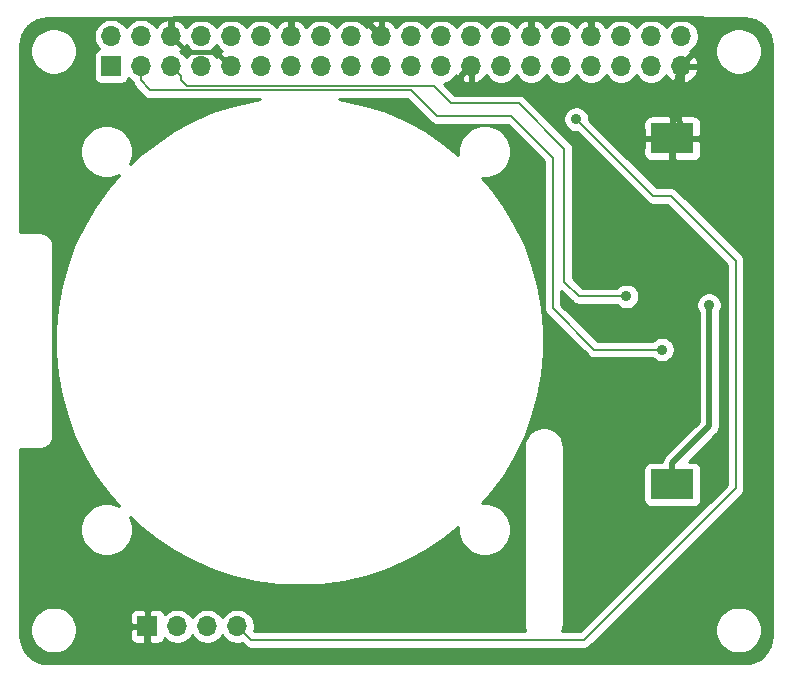
<source format=gtl>
G04 #@! TF.GenerationSoftware,KiCad,Pcbnew,5.1.6-c6e7f7d~87~ubuntu18.04.1*
G04 #@! TF.CreationDate,2020-08-28T18:16:15+02:00*
G04 #@! TF.ProjectId,base_hat,62617365-5f68-4617-942e-6b696361645f,rev?*
G04 #@! TF.SameCoordinates,Original*
G04 #@! TF.FileFunction,Copper,L1,Top*
G04 #@! TF.FilePolarity,Positive*
%FSLAX46Y46*%
G04 Gerber Fmt 4.6, Leading zero omitted, Abs format (unit mm)*
G04 Created by KiCad (PCBNEW 5.1.6-c6e7f7d~87~ubuntu18.04.1) date 2020-08-28 18:16:15*
%MOMM*%
%LPD*%
G01*
G04 APERTURE LIST*
G04 #@! TA.AperFunction,ComponentPad*
%ADD10O,1.700000X1.700000*%
G04 #@! TD*
G04 #@! TA.AperFunction,ComponentPad*
%ADD11R,1.700000X1.700000*%
G04 #@! TD*
G04 #@! TA.AperFunction,SMDPad,CuDef*
%ADD12R,3.600000X2.600000*%
G04 #@! TD*
G04 #@! TA.AperFunction,ViaPad*
%ADD13C,0.900000*%
G04 #@! TD*
G04 #@! TA.AperFunction,Conductor*
%ADD14C,0.500000*%
G04 #@! TD*
G04 #@! TA.AperFunction,Conductor*
%ADD15C,0.400000*%
G04 #@! TD*
G04 #@! TA.AperFunction,Conductor*
%ADD16C,0.200000*%
G04 #@! TD*
G04 #@! TA.AperFunction,Conductor*
%ADD17C,0.254000*%
G04 #@! TD*
G04 APERTURE END LIST*
D10*
X219050000Y-146190000D03*
X216510000Y-146190000D03*
X213970000Y-146190000D03*
D11*
X211430000Y-146190000D03*
D12*
X255880000Y-134170000D03*
X255880000Y-104870000D03*
D11*
X208370000Y-98770000D03*
D10*
X208370000Y-96230000D03*
X210910000Y-98770000D03*
X210910000Y-96230000D03*
X213450000Y-98770000D03*
X213450000Y-96230000D03*
X215990000Y-98770000D03*
X215990000Y-96230000D03*
X218530000Y-98770000D03*
X218530000Y-96230000D03*
X221070000Y-98770000D03*
X221070000Y-96230000D03*
X223610000Y-98770000D03*
X223610000Y-96230000D03*
X226150000Y-98770000D03*
X226150000Y-96230000D03*
X228690000Y-98770000D03*
X228690000Y-96230000D03*
X231230000Y-98770000D03*
X231230000Y-96230000D03*
X233770000Y-98770000D03*
X233770000Y-96230000D03*
X236310000Y-98770000D03*
X236310000Y-96230000D03*
X238850000Y-98770000D03*
X238850000Y-96230000D03*
X241390000Y-98770000D03*
X241390000Y-96230000D03*
X243930000Y-98770000D03*
X243930000Y-96230000D03*
X246470000Y-98770000D03*
X246470000Y-96230000D03*
X249010000Y-98770000D03*
X249010000Y-96230000D03*
X251550000Y-98770000D03*
X251550000Y-96230000D03*
X254090000Y-98770000D03*
X254090000Y-96230000D03*
X256630000Y-98770000D03*
X256630000Y-96230000D03*
D13*
X249530000Y-115710000D03*
X257000000Y-122000000D03*
X258000000Y-109000000D03*
X247750000Y-103250000D03*
X259000000Y-119000000D03*
X252000000Y-118250000D03*
X255000000Y-122750000D03*
D14*
X256630000Y-104120000D02*
X255880000Y-104870000D01*
X255880000Y-106880000D02*
X258000000Y-109000000D01*
X255880000Y-104870000D02*
X255880000Y-106880000D01*
X238000001Y-99619999D02*
X238850000Y-98770000D01*
X238000000Y-101000000D02*
X238000001Y-99619999D01*
X238000000Y-101000000D02*
X256000000Y-101000000D01*
X256630000Y-98770000D02*
X256000000Y-101000000D01*
X256000000Y-101000000D02*
X256630000Y-104120000D01*
X223610000Y-94860000D02*
X223610000Y-96230000D01*
X223500000Y-94750000D02*
X223610000Y-94860000D01*
X213727919Y-94750000D02*
X223500000Y-94750000D01*
X213450000Y-96230000D02*
X213450000Y-95027919D01*
X213450000Y-95027919D02*
X213727919Y-94750000D01*
X229750000Y-94750000D02*
X231230000Y-96230000D01*
X223500000Y-94750000D02*
X229750000Y-94750000D01*
X248750000Y-94750000D02*
X249010000Y-95010000D01*
X249010000Y-96230000D02*
X249010000Y-95010000D01*
X248750000Y-94750000D02*
X258500000Y-94750000D01*
X258500000Y-96900000D02*
X256630000Y-98770000D01*
X258500000Y-94750000D02*
X258500000Y-96900000D01*
X244207919Y-94750000D02*
X245000000Y-94750000D01*
X243930000Y-95027919D02*
X244207919Y-94750000D01*
X243930000Y-96230000D02*
X243930000Y-95027919D01*
X229750000Y-94750000D02*
X245000000Y-94750000D01*
X245000000Y-94750000D02*
X248750000Y-94750000D01*
X258000000Y-109000000D02*
X262750000Y-113750000D01*
X262750000Y-113750000D02*
X262750000Y-135000000D01*
X262750000Y-135000000D02*
X249000000Y-148750000D01*
X249000000Y-148750000D02*
X212500000Y-148750000D01*
X211430000Y-147680000D02*
X211430000Y-146190000D01*
X212500000Y-148750000D02*
X211430000Y-147680000D01*
D15*
X214299999Y-97079999D02*
X213450000Y-96230000D01*
X214739999Y-97519999D02*
X214299999Y-97079999D01*
X217279999Y-97519999D02*
X214739999Y-97519999D01*
X218530000Y-98770000D02*
X217279999Y-97519999D01*
D16*
X254250001Y-109750001D02*
X255750001Y-109750001D01*
X247750000Y-103250000D02*
X254250001Y-109750001D01*
X255750001Y-109750001D02*
X261250000Y-115250000D01*
X261250000Y-115250000D02*
X261250000Y-134500000D01*
X220215493Y-147355493D02*
X219899999Y-147039999D01*
X248394507Y-147355493D02*
X220215493Y-147355493D01*
X219899999Y-147039999D02*
X219050000Y-146190000D01*
X261250000Y-134500000D02*
X248394507Y-147355493D01*
D14*
X255880000Y-132370000D02*
X259000000Y-129250000D01*
X255880000Y-134170000D02*
X255880000Y-132370000D01*
X259000000Y-129250000D02*
X259000000Y-124000000D01*
X259000000Y-124000000D02*
X259000000Y-119000000D01*
X259000000Y-119000000D02*
X259000000Y-119000000D01*
D16*
X252000000Y-118250000D02*
X252000000Y-118250000D01*
X246750000Y-117000000D02*
X248000000Y-118250000D01*
X237185600Y-101917800D02*
X242917800Y-101917800D01*
X214299999Y-99619999D02*
X214299999Y-99961799D01*
X213450000Y-98770000D02*
X214299999Y-99619999D01*
X242917800Y-101917800D02*
X246750000Y-105750000D01*
X214299999Y-99961799D02*
X214757400Y-100419200D01*
X246750000Y-105750000D02*
X246750000Y-117000000D01*
X214757400Y-100419200D02*
X235687000Y-100419200D01*
X248000000Y-118250000D02*
X252000000Y-118250000D01*
X235687000Y-100419200D02*
X237185600Y-101917800D01*
X255000000Y-122750000D02*
X255000000Y-122750000D01*
X210910000Y-99972081D02*
X210910000Y-98770000D01*
X211633200Y-100774800D02*
X210910000Y-99972081D01*
X233750210Y-100819210D02*
X211677610Y-100819210D01*
X211677610Y-100819210D02*
X211633200Y-100774800D01*
X255000000Y-122750000D02*
X249250000Y-122750000D01*
X245750000Y-106500000D02*
X242250000Y-103000000D01*
X242250000Y-103000000D02*
X235931000Y-103000000D01*
X249250000Y-122750000D02*
X245750000Y-119250000D01*
X235931000Y-103000000D02*
X233750210Y-100819210D01*
X245750000Y-119250000D02*
X245750000Y-106500000D01*
D17*
G36*
X262449016Y-94732312D02*
G01*
X262880930Y-94862714D01*
X263279285Y-95074524D01*
X263628914Y-95359675D01*
X263916497Y-95707303D01*
X264131086Y-96104177D01*
X264264498Y-96535161D01*
X264315001Y-97015663D01*
X264315000Y-146966495D01*
X264267688Y-147449016D01*
X264137287Y-147880927D01*
X263925480Y-148279280D01*
X263640325Y-148628914D01*
X263292697Y-148916497D01*
X262895825Y-149131085D01*
X262464834Y-149264500D01*
X261984346Y-149315000D01*
X203033504Y-149315000D01*
X202550984Y-149267688D01*
X202119073Y-149137287D01*
X201720720Y-148925480D01*
X201371086Y-148640325D01*
X201083503Y-148292697D01*
X200868915Y-147895825D01*
X200735500Y-147464834D01*
X200685000Y-146984346D01*
X200685000Y-146304495D01*
X201515000Y-146304495D01*
X201515000Y-146695505D01*
X201591282Y-147079003D01*
X201740915Y-147440250D01*
X201958149Y-147765364D01*
X202234636Y-148041851D01*
X202559750Y-148259085D01*
X202920997Y-148408718D01*
X203304495Y-148485000D01*
X203695505Y-148485000D01*
X204079003Y-148408718D01*
X204440250Y-148259085D01*
X204765364Y-148041851D01*
X205041851Y-147765364D01*
X205259085Y-147440250D01*
X205408718Y-147079003D01*
X205416476Y-147040000D01*
X209941928Y-147040000D01*
X209954188Y-147164482D01*
X209990498Y-147284180D01*
X210049463Y-147394494D01*
X210128815Y-147491185D01*
X210225506Y-147570537D01*
X210335820Y-147629502D01*
X210455518Y-147665812D01*
X210580000Y-147678072D01*
X211144250Y-147675000D01*
X211303000Y-147516250D01*
X211303000Y-146317000D01*
X210103750Y-146317000D01*
X209945000Y-146475750D01*
X209941928Y-147040000D01*
X205416476Y-147040000D01*
X205485000Y-146695505D01*
X205485000Y-146304495D01*
X205408718Y-145920997D01*
X205259085Y-145559750D01*
X205112253Y-145340000D01*
X209941928Y-145340000D01*
X209945000Y-145904250D01*
X210103750Y-146063000D01*
X211303000Y-146063000D01*
X211303000Y-144863750D01*
X211557000Y-144863750D01*
X211557000Y-146063000D01*
X211577000Y-146063000D01*
X211577000Y-146317000D01*
X211557000Y-146317000D01*
X211557000Y-147516250D01*
X211715750Y-147675000D01*
X212280000Y-147678072D01*
X212404482Y-147665812D01*
X212524180Y-147629502D01*
X212634494Y-147570537D01*
X212731185Y-147491185D01*
X212810537Y-147394494D01*
X212869502Y-147284180D01*
X212891513Y-147211620D01*
X213023368Y-147343475D01*
X213266589Y-147505990D01*
X213536842Y-147617932D01*
X213823740Y-147675000D01*
X214116260Y-147675000D01*
X214403158Y-147617932D01*
X214673411Y-147505990D01*
X214916632Y-147343475D01*
X215123475Y-147136632D01*
X215240000Y-146962240D01*
X215356525Y-147136632D01*
X215563368Y-147343475D01*
X215806589Y-147505990D01*
X216076842Y-147617932D01*
X216363740Y-147675000D01*
X216656260Y-147675000D01*
X216943158Y-147617932D01*
X217213411Y-147505990D01*
X217456632Y-147343475D01*
X217663475Y-147136632D01*
X217780000Y-146962240D01*
X217896525Y-147136632D01*
X218103368Y-147343475D01*
X218346589Y-147505990D01*
X218616842Y-147617932D01*
X218903740Y-147675000D01*
X219196260Y-147675000D01*
X219445898Y-147625344D01*
X219670234Y-147849680D01*
X219693255Y-147877731D01*
X219805173Y-147969580D01*
X219932860Y-148037830D01*
X220059903Y-148076368D01*
X220071408Y-148079858D01*
X220215493Y-148094049D01*
X220251598Y-148090493D01*
X248358402Y-148090493D01*
X248394507Y-148094049D01*
X248430612Y-148090493D01*
X248538592Y-148079858D01*
X248677140Y-148037830D01*
X248804827Y-147969580D01*
X248916745Y-147877731D01*
X248939766Y-147849680D01*
X250484951Y-146304495D01*
X259515000Y-146304495D01*
X259515000Y-146695505D01*
X259591282Y-147079003D01*
X259740915Y-147440250D01*
X259958149Y-147765364D01*
X260234636Y-148041851D01*
X260559750Y-148259085D01*
X260920997Y-148408718D01*
X261304495Y-148485000D01*
X261695505Y-148485000D01*
X262079003Y-148408718D01*
X262440250Y-148259085D01*
X262765364Y-148041851D01*
X263041851Y-147765364D01*
X263259085Y-147440250D01*
X263408718Y-147079003D01*
X263485000Y-146695505D01*
X263485000Y-146304495D01*
X263408718Y-145920997D01*
X263259085Y-145559750D01*
X263041851Y-145234636D01*
X262765364Y-144958149D01*
X262440250Y-144740915D01*
X262079003Y-144591282D01*
X261695505Y-144515000D01*
X261304495Y-144515000D01*
X260920997Y-144591282D01*
X260559750Y-144740915D01*
X260234636Y-144958149D01*
X259958149Y-145234636D01*
X259740915Y-145559750D01*
X259591282Y-145920997D01*
X259515000Y-146304495D01*
X250484951Y-146304495D01*
X261744193Y-135045254D01*
X261772238Y-135022238D01*
X261864087Y-134910320D01*
X261864573Y-134909411D01*
X261932337Y-134782634D01*
X261974365Y-134644085D01*
X261988556Y-134500000D01*
X261985000Y-134463895D01*
X261985000Y-115286096D01*
X261988555Y-115249999D01*
X261985000Y-115213902D01*
X261985000Y-115213895D01*
X261974365Y-115105915D01*
X261932337Y-114967367D01*
X261864087Y-114839680D01*
X261847514Y-114819487D01*
X261795253Y-114755806D01*
X261795250Y-114755803D01*
X261772237Y-114727762D01*
X261744197Y-114704751D01*
X256295260Y-109255814D01*
X256272239Y-109227763D01*
X256160321Y-109135914D01*
X256032634Y-109067664D01*
X255894086Y-109025636D01*
X255786106Y-109015001D01*
X255750001Y-109011445D01*
X255713896Y-109015001D01*
X254554448Y-109015001D01*
X251709447Y-106170000D01*
X253441928Y-106170000D01*
X253454188Y-106294482D01*
X253490498Y-106414180D01*
X253549463Y-106524494D01*
X253628815Y-106621185D01*
X253725506Y-106700537D01*
X253835820Y-106759502D01*
X253955518Y-106795812D01*
X254080000Y-106808072D01*
X255594250Y-106805000D01*
X255753000Y-106646250D01*
X255753000Y-104997000D01*
X256007000Y-104997000D01*
X256007000Y-106646250D01*
X256165750Y-106805000D01*
X257680000Y-106808072D01*
X257804482Y-106795812D01*
X257924180Y-106759502D01*
X258034494Y-106700537D01*
X258131185Y-106621185D01*
X258210537Y-106524494D01*
X258269502Y-106414180D01*
X258305812Y-106294482D01*
X258318072Y-106170000D01*
X258315000Y-105155750D01*
X258156250Y-104997000D01*
X256007000Y-104997000D01*
X255753000Y-104997000D01*
X253603750Y-104997000D01*
X253445000Y-105155750D01*
X253441928Y-106170000D01*
X251709447Y-106170000D01*
X249109447Y-103570000D01*
X253441928Y-103570000D01*
X253445000Y-104584250D01*
X253603750Y-104743000D01*
X255753000Y-104743000D01*
X255753000Y-103093750D01*
X256007000Y-103093750D01*
X256007000Y-104743000D01*
X258156250Y-104743000D01*
X258315000Y-104584250D01*
X258318072Y-103570000D01*
X258305812Y-103445518D01*
X258269502Y-103325820D01*
X258210537Y-103215506D01*
X258131185Y-103118815D01*
X258034494Y-103039463D01*
X257924180Y-102980498D01*
X257804482Y-102944188D01*
X257680000Y-102931928D01*
X256165750Y-102935000D01*
X256007000Y-103093750D01*
X255753000Y-103093750D01*
X255594250Y-102935000D01*
X254080000Y-102931928D01*
X253955518Y-102944188D01*
X253835820Y-102980498D01*
X253725506Y-103039463D01*
X253628815Y-103118815D01*
X253549463Y-103215506D01*
X253490498Y-103325820D01*
X253454188Y-103445518D01*
X253441928Y-103570000D01*
X249109447Y-103570000D01*
X248835000Y-103295554D01*
X248835000Y-103143137D01*
X248793304Y-102933517D01*
X248711515Y-102736060D01*
X248592775Y-102558353D01*
X248441647Y-102407225D01*
X248263940Y-102288485D01*
X248066483Y-102206696D01*
X247856863Y-102165000D01*
X247643137Y-102165000D01*
X247433517Y-102206696D01*
X247236060Y-102288485D01*
X247058353Y-102407225D01*
X246907225Y-102558353D01*
X246788485Y-102736060D01*
X246706696Y-102933517D01*
X246665000Y-103143137D01*
X246665000Y-103356863D01*
X246706696Y-103566483D01*
X246788485Y-103763940D01*
X246907225Y-103941647D01*
X247058353Y-104092775D01*
X247236060Y-104211515D01*
X247433517Y-104293304D01*
X247643137Y-104335000D01*
X247795554Y-104335000D01*
X253704747Y-110244194D01*
X253727763Y-110272239D01*
X253755807Y-110295254D01*
X253839681Y-110364088D01*
X253967367Y-110432338D01*
X254105916Y-110474366D01*
X254250001Y-110488557D01*
X254286106Y-110485001D01*
X255445555Y-110485001D01*
X260515000Y-115554447D01*
X260515001Y-134195552D01*
X248090061Y-146620493D01*
X246563638Y-146620493D01*
X246577482Y-146588193D01*
X246580310Y-146579056D01*
X246636719Y-146392220D01*
X246648780Y-146331310D01*
X246661686Y-146270591D01*
X246662686Y-146261079D01*
X246681731Y-146066845D01*
X246681731Y-146066837D01*
X246685000Y-146033647D01*
X246685000Y-132870000D01*
X253441928Y-132870000D01*
X253441928Y-135470000D01*
X253454188Y-135594482D01*
X253490498Y-135714180D01*
X253549463Y-135824494D01*
X253628815Y-135921185D01*
X253725506Y-136000537D01*
X253835820Y-136059502D01*
X253955518Y-136095812D01*
X254080000Y-136108072D01*
X257680000Y-136108072D01*
X257804482Y-136095812D01*
X257924180Y-136059502D01*
X258034494Y-136000537D01*
X258131185Y-135921185D01*
X258210537Y-135824494D01*
X258269502Y-135714180D01*
X258305812Y-135594482D01*
X258318072Y-135470000D01*
X258318072Y-132870000D01*
X258305812Y-132745518D01*
X258269502Y-132625820D01*
X258210537Y-132515506D01*
X258131185Y-132418815D01*
X258034494Y-132339463D01*
X257924180Y-132280498D01*
X257804482Y-132244188D01*
X257680000Y-132231928D01*
X257269650Y-132231928D01*
X259595050Y-129906529D01*
X259628817Y-129878817D01*
X259657352Y-129844048D01*
X259722696Y-129764426D01*
X259739411Y-129744059D01*
X259821589Y-129590313D01*
X259872195Y-129423490D01*
X259885000Y-129293477D01*
X259885000Y-129293467D01*
X259889281Y-129250001D01*
X259885000Y-129206535D01*
X259885000Y-119628453D01*
X259961515Y-119513940D01*
X260043304Y-119316483D01*
X260085000Y-119106863D01*
X260085000Y-118893137D01*
X260043304Y-118683517D01*
X259961515Y-118486060D01*
X259842775Y-118308353D01*
X259691647Y-118157225D01*
X259513940Y-118038485D01*
X259316483Y-117956696D01*
X259106863Y-117915000D01*
X258893137Y-117915000D01*
X258683517Y-117956696D01*
X258486060Y-118038485D01*
X258308353Y-118157225D01*
X258157225Y-118308353D01*
X258038485Y-118486060D01*
X257956696Y-118683517D01*
X257915000Y-118893137D01*
X257915000Y-119106863D01*
X257956696Y-119316483D01*
X258038485Y-119513940D01*
X258115001Y-119628454D01*
X258115000Y-124043476D01*
X258115001Y-124043486D01*
X258115000Y-128883421D01*
X255284951Y-131713471D01*
X255251184Y-131741183D01*
X255223471Y-131774951D01*
X255223468Y-131774954D01*
X255140590Y-131875941D01*
X255058412Y-132029687D01*
X255007805Y-132196510D01*
X255004317Y-132231928D01*
X254080000Y-132231928D01*
X253955518Y-132244188D01*
X253835820Y-132280498D01*
X253725506Y-132339463D01*
X253628815Y-132418815D01*
X253549463Y-132515506D01*
X253490498Y-132625820D01*
X253454188Y-132745518D01*
X253441928Y-132870000D01*
X246685000Y-132870000D01*
X246685000Y-130966353D01*
X246681633Y-130932169D01*
X246681633Y-130919193D01*
X246680634Y-130909681D01*
X246658879Y-130715732D01*
X246645975Y-130655024D01*
X246633911Y-130594099D01*
X246631083Y-130584962D01*
X246572070Y-130398932D01*
X246547618Y-130341882D01*
X246523954Y-130284470D01*
X246519405Y-130276056D01*
X246425383Y-130105031D01*
X246390310Y-130053809D01*
X246355951Y-130002094D01*
X246349854Y-129994724D01*
X246224404Y-129845218D01*
X246180046Y-129801779D01*
X246136297Y-129757724D01*
X246128885Y-129751679D01*
X245976785Y-129629389D01*
X245924845Y-129595401D01*
X245873367Y-129560678D01*
X245864923Y-129556187D01*
X245691967Y-129465768D01*
X245634410Y-129442513D01*
X245577165Y-129418450D01*
X245568009Y-129415685D01*
X245380783Y-129360582D01*
X245319775Y-129348945D01*
X245258985Y-129336466D01*
X245249466Y-129335532D01*
X245055105Y-129317843D01*
X244992981Y-129318277D01*
X244930933Y-129317844D01*
X244921426Y-129318776D01*
X244921419Y-129318776D01*
X244921413Y-129318777D01*
X244727318Y-129339178D01*
X244666504Y-129351661D01*
X244605519Y-129363295D01*
X244596363Y-129366059D01*
X244409925Y-129423771D01*
X244352692Y-129447830D01*
X244295127Y-129471087D01*
X244286682Y-129475577D01*
X244115006Y-129568402D01*
X244063532Y-129603122D01*
X244011582Y-129637117D01*
X244004170Y-129643162D01*
X243853793Y-129767565D01*
X243810027Y-129811638D01*
X243765689Y-129855057D01*
X243759592Y-129862426D01*
X243636242Y-130013668D01*
X243601881Y-130065386D01*
X243566809Y-130116607D01*
X243562260Y-130125020D01*
X243470635Y-130297343D01*
X243446978Y-130354739D01*
X243422519Y-130411807D01*
X243419690Y-130420943D01*
X243363281Y-130607780D01*
X243351219Y-130668698D01*
X243338314Y-130729410D01*
X243337314Y-130738922D01*
X243318269Y-130933155D01*
X243318269Y-130933173D01*
X243315001Y-130966353D01*
X243315000Y-146033646D01*
X243318366Y-146067821D01*
X243318366Y-146080806D01*
X243319366Y-146090318D01*
X243341121Y-146284268D01*
X243354025Y-146344976D01*
X243366089Y-146405901D01*
X243368917Y-146415038D01*
X243427930Y-146601068D01*
X243436256Y-146620493D01*
X220519939Y-146620493D01*
X220485344Y-146585898D01*
X220535000Y-146336260D01*
X220535000Y-146043740D01*
X220477932Y-145756842D01*
X220365990Y-145486589D01*
X220203475Y-145243368D01*
X219996632Y-145036525D01*
X219753411Y-144874010D01*
X219483158Y-144762068D01*
X219196260Y-144705000D01*
X218903740Y-144705000D01*
X218616842Y-144762068D01*
X218346589Y-144874010D01*
X218103368Y-145036525D01*
X217896525Y-145243368D01*
X217780000Y-145417760D01*
X217663475Y-145243368D01*
X217456632Y-145036525D01*
X217213411Y-144874010D01*
X216943158Y-144762068D01*
X216656260Y-144705000D01*
X216363740Y-144705000D01*
X216076842Y-144762068D01*
X215806589Y-144874010D01*
X215563368Y-145036525D01*
X215356525Y-145243368D01*
X215240000Y-145417760D01*
X215123475Y-145243368D01*
X214916632Y-145036525D01*
X214673411Y-144874010D01*
X214403158Y-144762068D01*
X214116260Y-144705000D01*
X213823740Y-144705000D01*
X213536842Y-144762068D01*
X213266589Y-144874010D01*
X213023368Y-145036525D01*
X212891513Y-145168380D01*
X212869502Y-145095820D01*
X212810537Y-144985506D01*
X212731185Y-144888815D01*
X212634494Y-144809463D01*
X212524180Y-144750498D01*
X212404482Y-144714188D01*
X212280000Y-144701928D01*
X211715750Y-144705000D01*
X211557000Y-144863750D01*
X211303000Y-144863750D01*
X211144250Y-144705000D01*
X210580000Y-144701928D01*
X210455518Y-144714188D01*
X210335820Y-144750498D01*
X210225506Y-144809463D01*
X210128815Y-144888815D01*
X210049463Y-144985506D01*
X209990498Y-145095820D01*
X209954188Y-145215518D01*
X209941928Y-145340000D01*
X205112253Y-145340000D01*
X205041851Y-145234636D01*
X204765364Y-144958149D01*
X204440250Y-144740915D01*
X204079003Y-144591282D01*
X203695505Y-144515000D01*
X203304495Y-144515000D01*
X202920997Y-144591282D01*
X202559750Y-144740915D01*
X202234636Y-144958149D01*
X201958149Y-145234636D01*
X201740915Y-145559750D01*
X201591282Y-145920997D01*
X201515000Y-146304495D01*
X200685000Y-146304495D01*
X200685000Y-131185307D01*
X202328689Y-131188014D01*
X202358509Y-131185127D01*
X202359573Y-131185134D01*
X202369092Y-131184201D01*
X202381078Y-131182941D01*
X202429341Y-131178268D01*
X202431374Y-131177655D01*
X202466140Y-131174001D01*
X202526990Y-131161510D01*
X202587942Y-131149883D01*
X202597096Y-131147120D01*
X202597102Y-131147118D01*
X202690317Y-131118263D01*
X202747533Y-131094211D01*
X202805119Y-131070945D01*
X202813564Y-131066455D01*
X202899401Y-131020042D01*
X202950867Y-130985327D01*
X203002821Y-130951329D01*
X203010232Y-130945285D01*
X203085421Y-130883083D01*
X203129162Y-130839035D01*
X203173522Y-130795596D01*
X203179618Y-130788226D01*
X203179623Y-130788221D01*
X203179627Y-130788215D01*
X203241294Y-130712605D01*
X203275632Y-130660924D01*
X203310733Y-130609659D01*
X203315282Y-130601246D01*
X203361094Y-130515085D01*
X203384758Y-130457669D01*
X203409208Y-130400626D01*
X203412036Y-130391490D01*
X203440241Y-130298072D01*
X203452303Y-130237152D01*
X203465209Y-130176435D01*
X203466209Y-130166923D01*
X203475731Y-130069806D01*
X203475731Y-130069801D01*
X203478990Y-130036813D01*
X203481622Y-121069952D01*
X203607074Y-121069952D01*
X203607074Y-122930048D01*
X203773811Y-124782656D01*
X204105944Y-126612859D01*
X204600798Y-128405922D01*
X205254389Y-130147409D01*
X206061455Y-131823297D01*
X207015496Y-133420094D01*
X208108833Y-134924944D01*
X209073887Y-136029538D01*
X209058669Y-136019369D01*
X208651925Y-135850890D01*
X208220128Y-135765000D01*
X207779872Y-135765000D01*
X207348075Y-135850890D01*
X206941331Y-136019369D01*
X206575271Y-136263962D01*
X206263962Y-136575271D01*
X206019369Y-136941331D01*
X205850890Y-137348075D01*
X205765000Y-137779872D01*
X205765000Y-138220128D01*
X205850890Y-138651925D01*
X206019369Y-139058669D01*
X206263962Y-139424729D01*
X206575271Y-139736038D01*
X206941331Y-139980631D01*
X207348075Y-140149110D01*
X207779872Y-140235000D01*
X208220128Y-140235000D01*
X208651925Y-140149110D01*
X209058669Y-139980631D01*
X209424729Y-139736038D01*
X209736038Y-139424729D01*
X209980631Y-139058669D01*
X210149110Y-138651925D01*
X210235000Y-138220128D01*
X210235000Y-137779872D01*
X210149110Y-137348075D01*
X209983319Y-136947820D01*
X210677130Y-137611171D01*
X212131412Y-138770922D01*
X213683798Y-139795643D01*
X215321790Y-140677085D01*
X217032200Y-141408149D01*
X218801256Y-141982950D01*
X220614716Y-142396860D01*
X222457977Y-142646547D01*
X224316200Y-142730000D01*
X226174423Y-142646547D01*
X228017684Y-142396860D01*
X229831144Y-141982950D01*
X231600200Y-141408149D01*
X233310610Y-140677085D01*
X234948602Y-139795643D01*
X236500988Y-138770922D01*
X237769011Y-137759708D01*
X237765000Y-137779872D01*
X237765000Y-138220128D01*
X237850890Y-138651925D01*
X238019369Y-139058669D01*
X238263962Y-139424729D01*
X238575271Y-139736038D01*
X238941331Y-139980631D01*
X239348075Y-140149110D01*
X239779872Y-140235000D01*
X240220128Y-140235000D01*
X240651925Y-140149110D01*
X241058669Y-139980631D01*
X241424729Y-139736038D01*
X241736038Y-139424729D01*
X241980631Y-139058669D01*
X242149110Y-138651925D01*
X242235000Y-138220128D01*
X242235000Y-137779872D01*
X242149110Y-137348075D01*
X241980631Y-136941331D01*
X241736038Y-136575271D01*
X241424729Y-136263962D01*
X241058669Y-136019369D01*
X240651925Y-135850890D01*
X240220128Y-135765000D01*
X239789632Y-135765000D01*
X240523567Y-134924944D01*
X241616904Y-133420094D01*
X242570945Y-131823297D01*
X243378011Y-130147409D01*
X244031602Y-128405922D01*
X244526456Y-126612859D01*
X244858589Y-124782656D01*
X245025326Y-122930048D01*
X245025326Y-121069952D01*
X244858589Y-119217344D01*
X244526456Y-117387141D01*
X244031602Y-115594078D01*
X243378011Y-113852591D01*
X242570945Y-112176703D01*
X241616904Y-110579906D01*
X240523567Y-109075056D01*
X239789632Y-108235000D01*
X240220128Y-108235000D01*
X240651925Y-108149110D01*
X241058669Y-107980631D01*
X241424729Y-107736038D01*
X241736038Y-107424729D01*
X241980631Y-107058669D01*
X242149110Y-106651925D01*
X242235000Y-106220128D01*
X242235000Y-105779872D01*
X242149110Y-105348075D01*
X241980631Y-104941331D01*
X241736038Y-104575271D01*
X241424729Y-104263962D01*
X241058669Y-104019369D01*
X240651925Y-103850890D01*
X240220128Y-103765000D01*
X239779872Y-103765000D01*
X239348075Y-103850890D01*
X238941331Y-104019369D01*
X238575271Y-104263962D01*
X238263962Y-104575271D01*
X238019369Y-104941331D01*
X237850890Y-105348075D01*
X237765000Y-105779872D01*
X237765000Y-106220128D01*
X237769011Y-106240292D01*
X236500988Y-105229078D01*
X234948602Y-104204357D01*
X233310610Y-103322915D01*
X231600200Y-102591851D01*
X229831144Y-102017050D01*
X228017684Y-101603140D01*
X227656469Y-101554210D01*
X233445764Y-101554210D01*
X235385746Y-103494193D01*
X235408762Y-103522238D01*
X235520680Y-103614087D01*
X235648367Y-103682337D01*
X235786915Y-103724365D01*
X235931000Y-103738556D01*
X235967105Y-103735000D01*
X241945554Y-103735000D01*
X245015001Y-106804448D01*
X245015000Y-119213895D01*
X245011444Y-119250000D01*
X245015000Y-119286104D01*
X245025635Y-119394084D01*
X245067663Y-119532632D01*
X245135913Y-119660319D01*
X245227762Y-119772237D01*
X245255808Y-119795254D01*
X248704746Y-123244193D01*
X248727762Y-123272238D01*
X248839680Y-123364087D01*
X248967367Y-123432337D01*
X249105915Y-123474365D01*
X249213895Y-123485000D01*
X249213904Y-123485000D01*
X249249999Y-123488555D01*
X249286094Y-123485000D01*
X254200578Y-123485000D01*
X254308353Y-123592775D01*
X254486060Y-123711515D01*
X254683517Y-123793304D01*
X254893137Y-123835000D01*
X255106863Y-123835000D01*
X255316483Y-123793304D01*
X255513940Y-123711515D01*
X255691647Y-123592775D01*
X255842775Y-123441647D01*
X255961515Y-123263940D01*
X256043304Y-123066483D01*
X256085000Y-122856863D01*
X256085000Y-122643137D01*
X256043304Y-122433517D01*
X255961515Y-122236060D01*
X255842775Y-122058353D01*
X255691647Y-121907225D01*
X255513940Y-121788485D01*
X255316483Y-121706696D01*
X255106863Y-121665000D01*
X254893137Y-121665000D01*
X254683517Y-121706696D01*
X254486060Y-121788485D01*
X254308353Y-121907225D01*
X254200578Y-122015000D01*
X249554447Y-122015000D01*
X246485000Y-118945554D01*
X246485000Y-117774446D01*
X247454746Y-118744193D01*
X247477762Y-118772238D01*
X247589680Y-118864087D01*
X247717367Y-118932337D01*
X247832846Y-118967367D01*
X247855915Y-118974365D01*
X248000000Y-118988556D01*
X248036105Y-118985000D01*
X251200578Y-118985000D01*
X251308353Y-119092775D01*
X251486060Y-119211515D01*
X251683517Y-119293304D01*
X251893137Y-119335000D01*
X252106863Y-119335000D01*
X252316483Y-119293304D01*
X252513940Y-119211515D01*
X252691647Y-119092775D01*
X252842775Y-118941647D01*
X252961515Y-118763940D01*
X253043304Y-118566483D01*
X253085000Y-118356863D01*
X253085000Y-118143137D01*
X253043304Y-117933517D01*
X252961515Y-117736060D01*
X252842775Y-117558353D01*
X252691647Y-117407225D01*
X252513940Y-117288485D01*
X252316483Y-117206696D01*
X252106863Y-117165000D01*
X251893137Y-117165000D01*
X251683517Y-117206696D01*
X251486060Y-117288485D01*
X251308353Y-117407225D01*
X251200578Y-117515000D01*
X248304447Y-117515000D01*
X247485000Y-116695554D01*
X247485000Y-105786094D01*
X247488555Y-105749999D01*
X247485000Y-105713904D01*
X247485000Y-105713895D01*
X247474365Y-105605915D01*
X247432337Y-105467367D01*
X247364087Y-105339680D01*
X247347514Y-105319487D01*
X247295253Y-105255806D01*
X247295250Y-105255803D01*
X247272237Y-105227762D01*
X247244197Y-105204750D01*
X243463059Y-101423613D01*
X243440038Y-101395562D01*
X243328120Y-101303713D01*
X243200433Y-101235463D01*
X243061885Y-101193435D01*
X242953905Y-101182800D01*
X242917800Y-101179244D01*
X242881695Y-101182800D01*
X237490047Y-101182800D01*
X236544662Y-100237416D01*
X236743158Y-100197932D01*
X237013411Y-100085990D01*
X237256632Y-99923475D01*
X237463475Y-99716632D01*
X237585195Y-99534466D01*
X237654822Y-99651355D01*
X237849731Y-99867588D01*
X238083080Y-100041641D01*
X238345901Y-100166825D01*
X238493110Y-100211476D01*
X238723000Y-100090155D01*
X238723000Y-98897000D01*
X238703000Y-98897000D01*
X238703000Y-98643000D01*
X238723000Y-98643000D01*
X238723000Y-98623000D01*
X238977000Y-98623000D01*
X238977000Y-98643000D01*
X238997000Y-98643000D01*
X238997000Y-98897000D01*
X238977000Y-98897000D01*
X238977000Y-100090155D01*
X239206890Y-100211476D01*
X239354099Y-100166825D01*
X239616920Y-100041641D01*
X239850269Y-99867588D01*
X240045178Y-99651355D01*
X240114805Y-99534466D01*
X240236525Y-99716632D01*
X240443368Y-99923475D01*
X240686589Y-100085990D01*
X240956842Y-100197932D01*
X241243740Y-100255000D01*
X241536260Y-100255000D01*
X241823158Y-100197932D01*
X242093411Y-100085990D01*
X242336632Y-99923475D01*
X242543475Y-99716632D01*
X242660000Y-99542240D01*
X242776525Y-99716632D01*
X242983368Y-99923475D01*
X243226589Y-100085990D01*
X243496842Y-100197932D01*
X243783740Y-100255000D01*
X244076260Y-100255000D01*
X244363158Y-100197932D01*
X244633411Y-100085990D01*
X244876632Y-99923475D01*
X245083475Y-99716632D01*
X245200000Y-99542240D01*
X245316525Y-99716632D01*
X245523368Y-99923475D01*
X245766589Y-100085990D01*
X246036842Y-100197932D01*
X246323740Y-100255000D01*
X246616260Y-100255000D01*
X246903158Y-100197932D01*
X247173411Y-100085990D01*
X247416632Y-99923475D01*
X247623475Y-99716632D01*
X247740000Y-99542240D01*
X247856525Y-99716632D01*
X248063368Y-99923475D01*
X248306589Y-100085990D01*
X248576842Y-100197932D01*
X248863740Y-100255000D01*
X249156260Y-100255000D01*
X249443158Y-100197932D01*
X249713411Y-100085990D01*
X249956632Y-99923475D01*
X250163475Y-99716632D01*
X250280000Y-99542240D01*
X250396525Y-99716632D01*
X250603368Y-99923475D01*
X250846589Y-100085990D01*
X251116842Y-100197932D01*
X251403740Y-100255000D01*
X251696260Y-100255000D01*
X251983158Y-100197932D01*
X252253411Y-100085990D01*
X252496632Y-99923475D01*
X252703475Y-99716632D01*
X252820000Y-99542240D01*
X252936525Y-99716632D01*
X253143368Y-99923475D01*
X253386589Y-100085990D01*
X253656842Y-100197932D01*
X253943740Y-100255000D01*
X254236260Y-100255000D01*
X254523158Y-100197932D01*
X254793411Y-100085990D01*
X255036632Y-99923475D01*
X255243475Y-99716632D01*
X255365195Y-99534466D01*
X255434822Y-99651355D01*
X255629731Y-99867588D01*
X255863080Y-100041641D01*
X256125901Y-100166825D01*
X256273110Y-100211476D01*
X256503000Y-100090155D01*
X256503000Y-98897000D01*
X256757000Y-98897000D01*
X256757000Y-100090155D01*
X256986890Y-100211476D01*
X257134099Y-100166825D01*
X257396920Y-100041641D01*
X257630269Y-99867588D01*
X257825178Y-99651355D01*
X257974157Y-99401252D01*
X258071481Y-99126891D01*
X257950814Y-98897000D01*
X256757000Y-98897000D01*
X256503000Y-98897000D01*
X256483000Y-98897000D01*
X256483000Y-98643000D01*
X256503000Y-98643000D01*
X256503000Y-98623000D01*
X256757000Y-98623000D01*
X256757000Y-98643000D01*
X257950814Y-98643000D01*
X258071481Y-98413109D01*
X257974157Y-98138748D01*
X257825178Y-97888645D01*
X257630269Y-97672412D01*
X257400594Y-97501100D01*
X257576632Y-97383475D01*
X257655612Y-97304495D01*
X259515000Y-97304495D01*
X259515000Y-97695505D01*
X259591282Y-98079003D01*
X259740915Y-98440250D01*
X259958149Y-98765364D01*
X260234636Y-99041851D01*
X260559750Y-99259085D01*
X260920997Y-99408718D01*
X261304495Y-99485000D01*
X261695505Y-99485000D01*
X262079003Y-99408718D01*
X262440250Y-99259085D01*
X262765364Y-99041851D01*
X263041851Y-98765364D01*
X263259085Y-98440250D01*
X263408718Y-98079003D01*
X263485000Y-97695505D01*
X263485000Y-97304495D01*
X263408718Y-96920997D01*
X263259085Y-96559750D01*
X263041851Y-96234636D01*
X262765364Y-95958149D01*
X262440250Y-95740915D01*
X262079003Y-95591282D01*
X261695505Y-95515000D01*
X261304495Y-95515000D01*
X260920997Y-95591282D01*
X260559750Y-95740915D01*
X260234636Y-95958149D01*
X259958149Y-96234636D01*
X259740915Y-96559750D01*
X259591282Y-96920997D01*
X259515000Y-97304495D01*
X257655612Y-97304495D01*
X257783475Y-97176632D01*
X257945990Y-96933411D01*
X258057932Y-96663158D01*
X258115000Y-96376260D01*
X258115000Y-96083740D01*
X258057932Y-95796842D01*
X257945990Y-95526589D01*
X257783475Y-95283368D01*
X257576632Y-95076525D01*
X257333411Y-94914010D01*
X257063158Y-94802068D01*
X256776260Y-94745000D01*
X256483740Y-94745000D01*
X256196842Y-94802068D01*
X255926589Y-94914010D01*
X255683368Y-95076525D01*
X255476525Y-95283368D01*
X255360000Y-95457760D01*
X255243475Y-95283368D01*
X255036632Y-95076525D01*
X254793411Y-94914010D01*
X254523158Y-94802068D01*
X254236260Y-94745000D01*
X253943740Y-94745000D01*
X253656842Y-94802068D01*
X253386589Y-94914010D01*
X253143368Y-95076525D01*
X252936525Y-95283368D01*
X252820000Y-95457760D01*
X252703475Y-95283368D01*
X252496632Y-95076525D01*
X252253411Y-94914010D01*
X251983158Y-94802068D01*
X251696260Y-94745000D01*
X251403740Y-94745000D01*
X251116842Y-94802068D01*
X250846589Y-94914010D01*
X250603368Y-95076525D01*
X250396525Y-95283368D01*
X250274805Y-95465534D01*
X250205178Y-95348645D01*
X250010269Y-95132412D01*
X249776920Y-94958359D01*
X249514099Y-94833175D01*
X249366890Y-94788524D01*
X249137000Y-94909845D01*
X249137000Y-96103000D01*
X249157000Y-96103000D01*
X249157000Y-96357000D01*
X249137000Y-96357000D01*
X249137000Y-96377000D01*
X248883000Y-96377000D01*
X248883000Y-96357000D01*
X248863000Y-96357000D01*
X248863000Y-96103000D01*
X248883000Y-96103000D01*
X248883000Y-94909845D01*
X248653110Y-94788524D01*
X248505901Y-94833175D01*
X248243080Y-94958359D01*
X248009731Y-95132412D01*
X247814822Y-95348645D01*
X247745195Y-95465534D01*
X247623475Y-95283368D01*
X247416632Y-95076525D01*
X247173411Y-94914010D01*
X246903158Y-94802068D01*
X246616260Y-94745000D01*
X246323740Y-94745000D01*
X246036842Y-94802068D01*
X245766589Y-94914010D01*
X245523368Y-95076525D01*
X245316525Y-95283368D01*
X245194805Y-95465534D01*
X245125178Y-95348645D01*
X244930269Y-95132412D01*
X244696920Y-94958359D01*
X244434099Y-94833175D01*
X244286890Y-94788524D01*
X244057000Y-94909845D01*
X244057000Y-96103000D01*
X244077000Y-96103000D01*
X244077000Y-96357000D01*
X244057000Y-96357000D01*
X244057000Y-96377000D01*
X243803000Y-96377000D01*
X243803000Y-96357000D01*
X243783000Y-96357000D01*
X243783000Y-96103000D01*
X243803000Y-96103000D01*
X243803000Y-94909845D01*
X243573110Y-94788524D01*
X243425901Y-94833175D01*
X243163080Y-94958359D01*
X242929731Y-95132412D01*
X242734822Y-95348645D01*
X242665195Y-95465534D01*
X242543475Y-95283368D01*
X242336632Y-95076525D01*
X242093411Y-94914010D01*
X241823158Y-94802068D01*
X241536260Y-94745000D01*
X241243740Y-94745000D01*
X240956842Y-94802068D01*
X240686589Y-94914010D01*
X240443368Y-95076525D01*
X240236525Y-95283368D01*
X240120000Y-95457760D01*
X240003475Y-95283368D01*
X239796632Y-95076525D01*
X239553411Y-94914010D01*
X239283158Y-94802068D01*
X238996260Y-94745000D01*
X238703740Y-94745000D01*
X238416842Y-94802068D01*
X238146589Y-94914010D01*
X237903368Y-95076525D01*
X237696525Y-95283368D01*
X237580000Y-95457760D01*
X237463475Y-95283368D01*
X237256632Y-95076525D01*
X237013411Y-94914010D01*
X236743158Y-94802068D01*
X236456260Y-94745000D01*
X236163740Y-94745000D01*
X235876842Y-94802068D01*
X235606589Y-94914010D01*
X235363368Y-95076525D01*
X235156525Y-95283368D01*
X235040000Y-95457760D01*
X234923475Y-95283368D01*
X234716632Y-95076525D01*
X234473411Y-94914010D01*
X234203158Y-94802068D01*
X233916260Y-94745000D01*
X233623740Y-94745000D01*
X233336842Y-94802068D01*
X233066589Y-94914010D01*
X232823368Y-95076525D01*
X232616525Y-95283368D01*
X232494805Y-95465534D01*
X232425178Y-95348645D01*
X232230269Y-95132412D01*
X231996920Y-94958359D01*
X231734099Y-94833175D01*
X231586890Y-94788524D01*
X231357000Y-94909845D01*
X231357000Y-96103000D01*
X231377000Y-96103000D01*
X231377000Y-96357000D01*
X231357000Y-96357000D01*
X231357000Y-96377000D01*
X231103000Y-96377000D01*
X231103000Y-96357000D01*
X231083000Y-96357000D01*
X231083000Y-96103000D01*
X231103000Y-96103000D01*
X231103000Y-94909845D01*
X230873110Y-94788524D01*
X230725901Y-94833175D01*
X230463080Y-94958359D01*
X230229731Y-95132412D01*
X230034822Y-95348645D01*
X229965195Y-95465534D01*
X229843475Y-95283368D01*
X229636632Y-95076525D01*
X229393411Y-94914010D01*
X229123158Y-94802068D01*
X228836260Y-94745000D01*
X228543740Y-94745000D01*
X228256842Y-94802068D01*
X227986589Y-94914010D01*
X227743368Y-95076525D01*
X227536525Y-95283368D01*
X227420000Y-95457760D01*
X227303475Y-95283368D01*
X227096632Y-95076525D01*
X226853411Y-94914010D01*
X226583158Y-94802068D01*
X226296260Y-94745000D01*
X226003740Y-94745000D01*
X225716842Y-94802068D01*
X225446589Y-94914010D01*
X225203368Y-95076525D01*
X224996525Y-95283368D01*
X224874805Y-95465534D01*
X224805178Y-95348645D01*
X224610269Y-95132412D01*
X224376920Y-94958359D01*
X224114099Y-94833175D01*
X223966890Y-94788524D01*
X223737000Y-94909845D01*
X223737000Y-96103000D01*
X223757000Y-96103000D01*
X223757000Y-96357000D01*
X223737000Y-96357000D01*
X223737000Y-96377000D01*
X223483000Y-96377000D01*
X223483000Y-96357000D01*
X223463000Y-96357000D01*
X223463000Y-96103000D01*
X223483000Y-96103000D01*
X223483000Y-94909845D01*
X223253110Y-94788524D01*
X223105901Y-94833175D01*
X222843080Y-94958359D01*
X222609731Y-95132412D01*
X222414822Y-95348645D01*
X222345195Y-95465534D01*
X222223475Y-95283368D01*
X222016632Y-95076525D01*
X221773411Y-94914010D01*
X221503158Y-94802068D01*
X221216260Y-94745000D01*
X220923740Y-94745000D01*
X220636842Y-94802068D01*
X220366589Y-94914010D01*
X220123368Y-95076525D01*
X219916525Y-95283368D01*
X219800000Y-95457760D01*
X219683475Y-95283368D01*
X219476632Y-95076525D01*
X219233411Y-94914010D01*
X218963158Y-94802068D01*
X218676260Y-94745000D01*
X218383740Y-94745000D01*
X218096842Y-94802068D01*
X217826589Y-94914010D01*
X217583368Y-95076525D01*
X217376525Y-95283368D01*
X217260000Y-95457760D01*
X217143475Y-95283368D01*
X216936632Y-95076525D01*
X216693411Y-94914010D01*
X216423158Y-94802068D01*
X216136260Y-94745000D01*
X215843740Y-94745000D01*
X215556842Y-94802068D01*
X215286589Y-94914010D01*
X215043368Y-95076525D01*
X214836525Y-95283368D01*
X214714805Y-95465534D01*
X214645178Y-95348645D01*
X214450269Y-95132412D01*
X214216920Y-94958359D01*
X213954099Y-94833175D01*
X213806890Y-94788524D01*
X213577000Y-94909845D01*
X213577000Y-96103000D01*
X213597000Y-96103000D01*
X213597000Y-96357000D01*
X213577000Y-96357000D01*
X213577000Y-96377000D01*
X213323000Y-96377000D01*
X213323000Y-96357000D01*
X213303000Y-96357000D01*
X213303000Y-96103000D01*
X213323000Y-96103000D01*
X213323000Y-94909845D01*
X213093110Y-94788524D01*
X212945901Y-94833175D01*
X212683080Y-94958359D01*
X212449731Y-95132412D01*
X212254822Y-95348645D01*
X212185195Y-95465534D01*
X212063475Y-95283368D01*
X211856632Y-95076525D01*
X211613411Y-94914010D01*
X211343158Y-94802068D01*
X211056260Y-94745000D01*
X210763740Y-94745000D01*
X210476842Y-94802068D01*
X210206589Y-94914010D01*
X209963368Y-95076525D01*
X209756525Y-95283368D01*
X209640000Y-95457760D01*
X209523475Y-95283368D01*
X209316632Y-95076525D01*
X209073411Y-94914010D01*
X208803158Y-94802068D01*
X208516260Y-94745000D01*
X208223740Y-94745000D01*
X207936842Y-94802068D01*
X207666589Y-94914010D01*
X207423368Y-95076525D01*
X207216525Y-95283368D01*
X207054010Y-95526589D01*
X206942068Y-95796842D01*
X206885000Y-96083740D01*
X206885000Y-96376260D01*
X206942068Y-96663158D01*
X207054010Y-96933411D01*
X207216525Y-97176632D01*
X207348380Y-97308487D01*
X207275820Y-97330498D01*
X207165506Y-97389463D01*
X207068815Y-97468815D01*
X206989463Y-97565506D01*
X206930498Y-97675820D01*
X206894188Y-97795518D01*
X206881928Y-97920000D01*
X206881928Y-99620000D01*
X206894188Y-99744482D01*
X206930498Y-99864180D01*
X206989463Y-99974494D01*
X207068815Y-100071185D01*
X207165506Y-100150537D01*
X207275820Y-100209502D01*
X207395518Y-100245812D01*
X207520000Y-100258072D01*
X209220000Y-100258072D01*
X209344482Y-100245812D01*
X209464180Y-100209502D01*
X209574494Y-100150537D01*
X209671185Y-100071185D01*
X209750537Y-99974494D01*
X209809502Y-99864180D01*
X209831513Y-99791620D01*
X209963368Y-99923475D01*
X210178612Y-100067297D01*
X210179119Y-100078273D01*
X210183745Y-100096978D01*
X210185635Y-100116165D01*
X210201098Y-100167139D01*
X210213880Y-100218821D01*
X210222067Y-100236265D01*
X210227663Y-100254713D01*
X210252771Y-100301686D01*
X210275392Y-100349886D01*
X210286826Y-100365399D01*
X210295913Y-100382400D01*
X210329700Y-100423570D01*
X210339767Y-100437228D01*
X210352590Y-100451461D01*
X210387762Y-100494318D01*
X210400960Y-100505149D01*
X211075808Y-101254201D01*
X211087947Y-101268993D01*
X211099932Y-101280978D01*
X211111300Y-101293596D01*
X211125470Y-101306516D01*
X211132351Y-101313397D01*
X211155372Y-101341448D01*
X211267290Y-101433297D01*
X211394977Y-101501547D01*
X211533525Y-101543575D01*
X211641505Y-101554210D01*
X211641514Y-101554210D01*
X211677609Y-101557765D01*
X211713704Y-101554210D01*
X220975931Y-101554210D01*
X220614716Y-101603140D01*
X218801256Y-102017050D01*
X217032200Y-102591851D01*
X215321790Y-103322915D01*
X213683798Y-104204357D01*
X212131412Y-105229078D01*
X210677130Y-106388829D01*
X209983319Y-107052180D01*
X210149110Y-106651925D01*
X210235000Y-106220128D01*
X210235000Y-105779872D01*
X210149110Y-105348075D01*
X209980631Y-104941331D01*
X209736038Y-104575271D01*
X209424729Y-104263962D01*
X209058669Y-104019369D01*
X208651925Y-103850890D01*
X208220128Y-103765000D01*
X207779872Y-103765000D01*
X207348075Y-103850890D01*
X206941331Y-104019369D01*
X206575271Y-104263962D01*
X206263962Y-104575271D01*
X206019369Y-104941331D01*
X205850890Y-105348075D01*
X205765000Y-105779872D01*
X205765000Y-106220128D01*
X205850890Y-106651925D01*
X206019369Y-107058669D01*
X206263962Y-107424729D01*
X206575271Y-107736038D01*
X206941331Y-107980631D01*
X207348075Y-108149110D01*
X207779872Y-108235000D01*
X208220128Y-108235000D01*
X208651925Y-108149110D01*
X209058669Y-107980631D01*
X209073887Y-107970462D01*
X208108833Y-109075056D01*
X207015496Y-110579906D01*
X206061455Y-112176703D01*
X205254389Y-113852591D01*
X204600798Y-115594078D01*
X204105944Y-117387141D01*
X203773811Y-119217344D01*
X203607074Y-121069952D01*
X203481622Y-121069952D01*
X203483708Y-113965881D01*
X203480854Y-113936813D01*
X203480869Y-113934627D01*
X203479936Y-113925109D01*
X203476414Y-113891601D01*
X203473826Y-113865242D01*
X203473547Y-113864322D01*
X203469736Y-113828060D01*
X203457247Y-113767217D01*
X203445618Y-113706258D01*
X203442854Y-113697102D01*
X203413998Y-113603883D01*
X203389932Y-113546634D01*
X203366679Y-113489081D01*
X203362189Y-113480636D01*
X203315777Y-113394798D01*
X203281050Y-113343315D01*
X203247064Y-113291379D01*
X203241020Y-113283967D01*
X203178818Y-113208779D01*
X203134751Y-113165018D01*
X203091330Y-113120678D01*
X203083961Y-113114581D01*
X203008340Y-113052906D01*
X202956659Y-113018568D01*
X202905394Y-112983467D01*
X202896981Y-112978918D01*
X202810820Y-112933106D01*
X202753404Y-112909442D01*
X202696361Y-112884992D01*
X202687225Y-112882164D01*
X202593807Y-112853959D01*
X202532895Y-112841898D01*
X202472171Y-112828991D01*
X202462659Y-112827991D01*
X202365541Y-112818469D01*
X202365535Y-112818469D01*
X202332423Y-112815204D01*
X200685000Y-112815021D01*
X200685000Y-97304495D01*
X201515000Y-97304495D01*
X201515000Y-97695505D01*
X201591282Y-98079003D01*
X201740915Y-98440250D01*
X201958149Y-98765364D01*
X202234636Y-99041851D01*
X202559750Y-99259085D01*
X202920997Y-99408718D01*
X203304495Y-99485000D01*
X203695505Y-99485000D01*
X204079003Y-99408718D01*
X204440250Y-99259085D01*
X204765364Y-99041851D01*
X205041851Y-98765364D01*
X205259085Y-98440250D01*
X205408718Y-98079003D01*
X205485000Y-97695505D01*
X205485000Y-97304495D01*
X205408718Y-96920997D01*
X205259085Y-96559750D01*
X205041851Y-96234636D01*
X204765364Y-95958149D01*
X204440250Y-95740915D01*
X204079003Y-95591282D01*
X203695505Y-95515000D01*
X203304495Y-95515000D01*
X202920997Y-95591282D01*
X202559750Y-95740915D01*
X202234636Y-95958149D01*
X201958149Y-96234636D01*
X201740915Y-96559750D01*
X201591282Y-96920997D01*
X201515000Y-97304495D01*
X200685000Y-97304495D01*
X200685000Y-97033505D01*
X200732312Y-96550984D01*
X200862714Y-96119070D01*
X201074524Y-95720715D01*
X201359675Y-95371086D01*
X201707303Y-95083503D01*
X202104177Y-94868914D01*
X202535161Y-94735502D01*
X203015654Y-94685000D01*
X261966495Y-94685000D01*
X262449016Y-94732312D01*
G37*
X262449016Y-94732312D02*
X262880930Y-94862714D01*
X263279285Y-95074524D01*
X263628914Y-95359675D01*
X263916497Y-95707303D01*
X264131086Y-96104177D01*
X264264498Y-96535161D01*
X264315001Y-97015663D01*
X264315000Y-146966495D01*
X264267688Y-147449016D01*
X264137287Y-147880927D01*
X263925480Y-148279280D01*
X263640325Y-148628914D01*
X263292697Y-148916497D01*
X262895825Y-149131085D01*
X262464834Y-149264500D01*
X261984346Y-149315000D01*
X203033504Y-149315000D01*
X202550984Y-149267688D01*
X202119073Y-149137287D01*
X201720720Y-148925480D01*
X201371086Y-148640325D01*
X201083503Y-148292697D01*
X200868915Y-147895825D01*
X200735500Y-147464834D01*
X200685000Y-146984346D01*
X200685000Y-146304495D01*
X201515000Y-146304495D01*
X201515000Y-146695505D01*
X201591282Y-147079003D01*
X201740915Y-147440250D01*
X201958149Y-147765364D01*
X202234636Y-148041851D01*
X202559750Y-148259085D01*
X202920997Y-148408718D01*
X203304495Y-148485000D01*
X203695505Y-148485000D01*
X204079003Y-148408718D01*
X204440250Y-148259085D01*
X204765364Y-148041851D01*
X205041851Y-147765364D01*
X205259085Y-147440250D01*
X205408718Y-147079003D01*
X205416476Y-147040000D01*
X209941928Y-147040000D01*
X209954188Y-147164482D01*
X209990498Y-147284180D01*
X210049463Y-147394494D01*
X210128815Y-147491185D01*
X210225506Y-147570537D01*
X210335820Y-147629502D01*
X210455518Y-147665812D01*
X210580000Y-147678072D01*
X211144250Y-147675000D01*
X211303000Y-147516250D01*
X211303000Y-146317000D01*
X210103750Y-146317000D01*
X209945000Y-146475750D01*
X209941928Y-147040000D01*
X205416476Y-147040000D01*
X205485000Y-146695505D01*
X205485000Y-146304495D01*
X205408718Y-145920997D01*
X205259085Y-145559750D01*
X205112253Y-145340000D01*
X209941928Y-145340000D01*
X209945000Y-145904250D01*
X210103750Y-146063000D01*
X211303000Y-146063000D01*
X211303000Y-144863750D01*
X211557000Y-144863750D01*
X211557000Y-146063000D01*
X211577000Y-146063000D01*
X211577000Y-146317000D01*
X211557000Y-146317000D01*
X211557000Y-147516250D01*
X211715750Y-147675000D01*
X212280000Y-147678072D01*
X212404482Y-147665812D01*
X212524180Y-147629502D01*
X212634494Y-147570537D01*
X212731185Y-147491185D01*
X212810537Y-147394494D01*
X212869502Y-147284180D01*
X212891513Y-147211620D01*
X213023368Y-147343475D01*
X213266589Y-147505990D01*
X213536842Y-147617932D01*
X213823740Y-147675000D01*
X214116260Y-147675000D01*
X214403158Y-147617932D01*
X214673411Y-147505990D01*
X214916632Y-147343475D01*
X215123475Y-147136632D01*
X215240000Y-146962240D01*
X215356525Y-147136632D01*
X215563368Y-147343475D01*
X215806589Y-147505990D01*
X216076842Y-147617932D01*
X216363740Y-147675000D01*
X216656260Y-147675000D01*
X216943158Y-147617932D01*
X217213411Y-147505990D01*
X217456632Y-147343475D01*
X217663475Y-147136632D01*
X217780000Y-146962240D01*
X217896525Y-147136632D01*
X218103368Y-147343475D01*
X218346589Y-147505990D01*
X218616842Y-147617932D01*
X218903740Y-147675000D01*
X219196260Y-147675000D01*
X219445898Y-147625344D01*
X219670234Y-147849680D01*
X219693255Y-147877731D01*
X219805173Y-147969580D01*
X219932860Y-148037830D01*
X220059903Y-148076368D01*
X220071408Y-148079858D01*
X220215493Y-148094049D01*
X220251598Y-148090493D01*
X248358402Y-148090493D01*
X248394507Y-148094049D01*
X248430612Y-148090493D01*
X248538592Y-148079858D01*
X248677140Y-148037830D01*
X248804827Y-147969580D01*
X248916745Y-147877731D01*
X248939766Y-147849680D01*
X250484951Y-146304495D01*
X259515000Y-146304495D01*
X259515000Y-146695505D01*
X259591282Y-147079003D01*
X259740915Y-147440250D01*
X259958149Y-147765364D01*
X260234636Y-148041851D01*
X260559750Y-148259085D01*
X260920997Y-148408718D01*
X261304495Y-148485000D01*
X261695505Y-148485000D01*
X262079003Y-148408718D01*
X262440250Y-148259085D01*
X262765364Y-148041851D01*
X263041851Y-147765364D01*
X263259085Y-147440250D01*
X263408718Y-147079003D01*
X263485000Y-146695505D01*
X263485000Y-146304495D01*
X263408718Y-145920997D01*
X263259085Y-145559750D01*
X263041851Y-145234636D01*
X262765364Y-144958149D01*
X262440250Y-144740915D01*
X262079003Y-144591282D01*
X261695505Y-144515000D01*
X261304495Y-144515000D01*
X260920997Y-144591282D01*
X260559750Y-144740915D01*
X260234636Y-144958149D01*
X259958149Y-145234636D01*
X259740915Y-145559750D01*
X259591282Y-145920997D01*
X259515000Y-146304495D01*
X250484951Y-146304495D01*
X261744193Y-135045254D01*
X261772238Y-135022238D01*
X261864087Y-134910320D01*
X261864573Y-134909411D01*
X261932337Y-134782634D01*
X261974365Y-134644085D01*
X261988556Y-134500000D01*
X261985000Y-134463895D01*
X261985000Y-115286096D01*
X261988555Y-115249999D01*
X261985000Y-115213902D01*
X261985000Y-115213895D01*
X261974365Y-115105915D01*
X261932337Y-114967367D01*
X261864087Y-114839680D01*
X261847514Y-114819487D01*
X261795253Y-114755806D01*
X261795250Y-114755803D01*
X261772237Y-114727762D01*
X261744197Y-114704751D01*
X256295260Y-109255814D01*
X256272239Y-109227763D01*
X256160321Y-109135914D01*
X256032634Y-109067664D01*
X255894086Y-109025636D01*
X255786106Y-109015001D01*
X255750001Y-109011445D01*
X255713896Y-109015001D01*
X254554448Y-109015001D01*
X251709447Y-106170000D01*
X253441928Y-106170000D01*
X253454188Y-106294482D01*
X253490498Y-106414180D01*
X253549463Y-106524494D01*
X253628815Y-106621185D01*
X253725506Y-106700537D01*
X253835820Y-106759502D01*
X253955518Y-106795812D01*
X254080000Y-106808072D01*
X255594250Y-106805000D01*
X255753000Y-106646250D01*
X255753000Y-104997000D01*
X256007000Y-104997000D01*
X256007000Y-106646250D01*
X256165750Y-106805000D01*
X257680000Y-106808072D01*
X257804482Y-106795812D01*
X257924180Y-106759502D01*
X258034494Y-106700537D01*
X258131185Y-106621185D01*
X258210537Y-106524494D01*
X258269502Y-106414180D01*
X258305812Y-106294482D01*
X258318072Y-106170000D01*
X258315000Y-105155750D01*
X258156250Y-104997000D01*
X256007000Y-104997000D01*
X255753000Y-104997000D01*
X253603750Y-104997000D01*
X253445000Y-105155750D01*
X253441928Y-106170000D01*
X251709447Y-106170000D01*
X249109447Y-103570000D01*
X253441928Y-103570000D01*
X253445000Y-104584250D01*
X253603750Y-104743000D01*
X255753000Y-104743000D01*
X255753000Y-103093750D01*
X256007000Y-103093750D01*
X256007000Y-104743000D01*
X258156250Y-104743000D01*
X258315000Y-104584250D01*
X258318072Y-103570000D01*
X258305812Y-103445518D01*
X258269502Y-103325820D01*
X258210537Y-103215506D01*
X258131185Y-103118815D01*
X258034494Y-103039463D01*
X257924180Y-102980498D01*
X257804482Y-102944188D01*
X257680000Y-102931928D01*
X256165750Y-102935000D01*
X256007000Y-103093750D01*
X255753000Y-103093750D01*
X255594250Y-102935000D01*
X254080000Y-102931928D01*
X253955518Y-102944188D01*
X253835820Y-102980498D01*
X253725506Y-103039463D01*
X253628815Y-103118815D01*
X253549463Y-103215506D01*
X253490498Y-103325820D01*
X253454188Y-103445518D01*
X253441928Y-103570000D01*
X249109447Y-103570000D01*
X248835000Y-103295554D01*
X248835000Y-103143137D01*
X248793304Y-102933517D01*
X248711515Y-102736060D01*
X248592775Y-102558353D01*
X248441647Y-102407225D01*
X248263940Y-102288485D01*
X248066483Y-102206696D01*
X247856863Y-102165000D01*
X247643137Y-102165000D01*
X247433517Y-102206696D01*
X247236060Y-102288485D01*
X247058353Y-102407225D01*
X246907225Y-102558353D01*
X246788485Y-102736060D01*
X246706696Y-102933517D01*
X246665000Y-103143137D01*
X246665000Y-103356863D01*
X246706696Y-103566483D01*
X246788485Y-103763940D01*
X246907225Y-103941647D01*
X247058353Y-104092775D01*
X247236060Y-104211515D01*
X247433517Y-104293304D01*
X247643137Y-104335000D01*
X247795554Y-104335000D01*
X253704747Y-110244194D01*
X253727763Y-110272239D01*
X253755807Y-110295254D01*
X253839681Y-110364088D01*
X253967367Y-110432338D01*
X254105916Y-110474366D01*
X254250001Y-110488557D01*
X254286106Y-110485001D01*
X255445555Y-110485001D01*
X260515000Y-115554447D01*
X260515001Y-134195552D01*
X248090061Y-146620493D01*
X246563638Y-146620493D01*
X246577482Y-146588193D01*
X246580310Y-146579056D01*
X246636719Y-146392220D01*
X246648780Y-146331310D01*
X246661686Y-146270591D01*
X246662686Y-146261079D01*
X246681731Y-146066845D01*
X246681731Y-146066837D01*
X246685000Y-146033647D01*
X246685000Y-132870000D01*
X253441928Y-132870000D01*
X253441928Y-135470000D01*
X253454188Y-135594482D01*
X253490498Y-135714180D01*
X253549463Y-135824494D01*
X253628815Y-135921185D01*
X253725506Y-136000537D01*
X253835820Y-136059502D01*
X253955518Y-136095812D01*
X254080000Y-136108072D01*
X257680000Y-136108072D01*
X257804482Y-136095812D01*
X257924180Y-136059502D01*
X258034494Y-136000537D01*
X258131185Y-135921185D01*
X258210537Y-135824494D01*
X258269502Y-135714180D01*
X258305812Y-135594482D01*
X258318072Y-135470000D01*
X258318072Y-132870000D01*
X258305812Y-132745518D01*
X258269502Y-132625820D01*
X258210537Y-132515506D01*
X258131185Y-132418815D01*
X258034494Y-132339463D01*
X257924180Y-132280498D01*
X257804482Y-132244188D01*
X257680000Y-132231928D01*
X257269650Y-132231928D01*
X259595050Y-129906529D01*
X259628817Y-129878817D01*
X259657352Y-129844048D01*
X259722696Y-129764426D01*
X259739411Y-129744059D01*
X259821589Y-129590313D01*
X259872195Y-129423490D01*
X259885000Y-129293477D01*
X259885000Y-129293467D01*
X259889281Y-129250001D01*
X259885000Y-129206535D01*
X259885000Y-119628453D01*
X259961515Y-119513940D01*
X260043304Y-119316483D01*
X260085000Y-119106863D01*
X260085000Y-118893137D01*
X260043304Y-118683517D01*
X259961515Y-118486060D01*
X259842775Y-118308353D01*
X259691647Y-118157225D01*
X259513940Y-118038485D01*
X259316483Y-117956696D01*
X259106863Y-117915000D01*
X258893137Y-117915000D01*
X258683517Y-117956696D01*
X258486060Y-118038485D01*
X258308353Y-118157225D01*
X258157225Y-118308353D01*
X258038485Y-118486060D01*
X257956696Y-118683517D01*
X257915000Y-118893137D01*
X257915000Y-119106863D01*
X257956696Y-119316483D01*
X258038485Y-119513940D01*
X258115001Y-119628454D01*
X258115000Y-124043476D01*
X258115001Y-124043486D01*
X258115000Y-128883421D01*
X255284951Y-131713471D01*
X255251184Y-131741183D01*
X255223471Y-131774951D01*
X255223468Y-131774954D01*
X255140590Y-131875941D01*
X255058412Y-132029687D01*
X255007805Y-132196510D01*
X255004317Y-132231928D01*
X254080000Y-132231928D01*
X253955518Y-132244188D01*
X253835820Y-132280498D01*
X253725506Y-132339463D01*
X253628815Y-132418815D01*
X253549463Y-132515506D01*
X253490498Y-132625820D01*
X253454188Y-132745518D01*
X253441928Y-132870000D01*
X246685000Y-132870000D01*
X246685000Y-130966353D01*
X246681633Y-130932169D01*
X246681633Y-130919193D01*
X246680634Y-130909681D01*
X246658879Y-130715732D01*
X246645975Y-130655024D01*
X246633911Y-130594099D01*
X246631083Y-130584962D01*
X246572070Y-130398932D01*
X246547618Y-130341882D01*
X246523954Y-130284470D01*
X246519405Y-130276056D01*
X246425383Y-130105031D01*
X246390310Y-130053809D01*
X246355951Y-130002094D01*
X246349854Y-129994724D01*
X246224404Y-129845218D01*
X246180046Y-129801779D01*
X246136297Y-129757724D01*
X246128885Y-129751679D01*
X245976785Y-129629389D01*
X245924845Y-129595401D01*
X245873367Y-129560678D01*
X245864923Y-129556187D01*
X245691967Y-129465768D01*
X245634410Y-129442513D01*
X245577165Y-129418450D01*
X245568009Y-129415685D01*
X245380783Y-129360582D01*
X245319775Y-129348945D01*
X245258985Y-129336466D01*
X245249466Y-129335532D01*
X245055105Y-129317843D01*
X244992981Y-129318277D01*
X244930933Y-129317844D01*
X244921426Y-129318776D01*
X244921419Y-129318776D01*
X244921413Y-129318777D01*
X244727318Y-129339178D01*
X244666504Y-129351661D01*
X244605519Y-129363295D01*
X244596363Y-129366059D01*
X244409925Y-129423771D01*
X244352692Y-129447830D01*
X244295127Y-129471087D01*
X244286682Y-129475577D01*
X244115006Y-129568402D01*
X244063532Y-129603122D01*
X244011582Y-129637117D01*
X244004170Y-129643162D01*
X243853793Y-129767565D01*
X243810027Y-129811638D01*
X243765689Y-129855057D01*
X243759592Y-129862426D01*
X243636242Y-130013668D01*
X243601881Y-130065386D01*
X243566809Y-130116607D01*
X243562260Y-130125020D01*
X243470635Y-130297343D01*
X243446978Y-130354739D01*
X243422519Y-130411807D01*
X243419690Y-130420943D01*
X243363281Y-130607780D01*
X243351219Y-130668698D01*
X243338314Y-130729410D01*
X243337314Y-130738922D01*
X243318269Y-130933155D01*
X243318269Y-130933173D01*
X243315001Y-130966353D01*
X243315000Y-146033646D01*
X243318366Y-146067821D01*
X243318366Y-146080806D01*
X243319366Y-146090318D01*
X243341121Y-146284268D01*
X243354025Y-146344976D01*
X243366089Y-146405901D01*
X243368917Y-146415038D01*
X243427930Y-146601068D01*
X243436256Y-146620493D01*
X220519939Y-146620493D01*
X220485344Y-146585898D01*
X220535000Y-146336260D01*
X220535000Y-146043740D01*
X220477932Y-145756842D01*
X220365990Y-145486589D01*
X220203475Y-145243368D01*
X219996632Y-145036525D01*
X219753411Y-144874010D01*
X219483158Y-144762068D01*
X219196260Y-144705000D01*
X218903740Y-144705000D01*
X218616842Y-144762068D01*
X218346589Y-144874010D01*
X218103368Y-145036525D01*
X217896525Y-145243368D01*
X217780000Y-145417760D01*
X217663475Y-145243368D01*
X217456632Y-145036525D01*
X217213411Y-144874010D01*
X216943158Y-144762068D01*
X216656260Y-144705000D01*
X216363740Y-144705000D01*
X216076842Y-144762068D01*
X215806589Y-144874010D01*
X215563368Y-145036525D01*
X215356525Y-145243368D01*
X215240000Y-145417760D01*
X215123475Y-145243368D01*
X214916632Y-145036525D01*
X214673411Y-144874010D01*
X214403158Y-144762068D01*
X214116260Y-144705000D01*
X213823740Y-144705000D01*
X213536842Y-144762068D01*
X213266589Y-144874010D01*
X213023368Y-145036525D01*
X212891513Y-145168380D01*
X212869502Y-145095820D01*
X212810537Y-144985506D01*
X212731185Y-144888815D01*
X212634494Y-144809463D01*
X212524180Y-144750498D01*
X212404482Y-144714188D01*
X212280000Y-144701928D01*
X211715750Y-144705000D01*
X211557000Y-144863750D01*
X211303000Y-144863750D01*
X211144250Y-144705000D01*
X210580000Y-144701928D01*
X210455518Y-144714188D01*
X210335820Y-144750498D01*
X210225506Y-144809463D01*
X210128815Y-144888815D01*
X210049463Y-144985506D01*
X209990498Y-145095820D01*
X209954188Y-145215518D01*
X209941928Y-145340000D01*
X205112253Y-145340000D01*
X205041851Y-145234636D01*
X204765364Y-144958149D01*
X204440250Y-144740915D01*
X204079003Y-144591282D01*
X203695505Y-144515000D01*
X203304495Y-144515000D01*
X202920997Y-144591282D01*
X202559750Y-144740915D01*
X202234636Y-144958149D01*
X201958149Y-145234636D01*
X201740915Y-145559750D01*
X201591282Y-145920997D01*
X201515000Y-146304495D01*
X200685000Y-146304495D01*
X200685000Y-131185307D01*
X202328689Y-131188014D01*
X202358509Y-131185127D01*
X202359573Y-131185134D01*
X202369092Y-131184201D01*
X202381078Y-131182941D01*
X202429341Y-131178268D01*
X202431374Y-131177655D01*
X202466140Y-131174001D01*
X202526990Y-131161510D01*
X202587942Y-131149883D01*
X202597096Y-131147120D01*
X202597102Y-131147118D01*
X202690317Y-131118263D01*
X202747533Y-131094211D01*
X202805119Y-131070945D01*
X202813564Y-131066455D01*
X202899401Y-131020042D01*
X202950867Y-130985327D01*
X203002821Y-130951329D01*
X203010232Y-130945285D01*
X203085421Y-130883083D01*
X203129162Y-130839035D01*
X203173522Y-130795596D01*
X203179618Y-130788226D01*
X203179623Y-130788221D01*
X203179627Y-130788215D01*
X203241294Y-130712605D01*
X203275632Y-130660924D01*
X203310733Y-130609659D01*
X203315282Y-130601246D01*
X203361094Y-130515085D01*
X203384758Y-130457669D01*
X203409208Y-130400626D01*
X203412036Y-130391490D01*
X203440241Y-130298072D01*
X203452303Y-130237152D01*
X203465209Y-130176435D01*
X203466209Y-130166923D01*
X203475731Y-130069806D01*
X203475731Y-130069801D01*
X203478990Y-130036813D01*
X203481622Y-121069952D01*
X203607074Y-121069952D01*
X203607074Y-122930048D01*
X203773811Y-124782656D01*
X204105944Y-126612859D01*
X204600798Y-128405922D01*
X205254389Y-130147409D01*
X206061455Y-131823297D01*
X207015496Y-133420094D01*
X208108833Y-134924944D01*
X209073887Y-136029538D01*
X209058669Y-136019369D01*
X208651925Y-135850890D01*
X208220128Y-135765000D01*
X207779872Y-135765000D01*
X207348075Y-135850890D01*
X206941331Y-136019369D01*
X206575271Y-136263962D01*
X206263962Y-136575271D01*
X206019369Y-136941331D01*
X205850890Y-137348075D01*
X205765000Y-137779872D01*
X205765000Y-138220128D01*
X205850890Y-138651925D01*
X206019369Y-139058669D01*
X206263962Y-139424729D01*
X206575271Y-139736038D01*
X206941331Y-139980631D01*
X207348075Y-140149110D01*
X207779872Y-140235000D01*
X208220128Y-140235000D01*
X208651925Y-140149110D01*
X209058669Y-139980631D01*
X209424729Y-139736038D01*
X209736038Y-139424729D01*
X209980631Y-139058669D01*
X210149110Y-138651925D01*
X210235000Y-138220128D01*
X210235000Y-137779872D01*
X210149110Y-137348075D01*
X209983319Y-136947820D01*
X210677130Y-137611171D01*
X212131412Y-138770922D01*
X213683798Y-139795643D01*
X215321790Y-140677085D01*
X217032200Y-141408149D01*
X218801256Y-141982950D01*
X220614716Y-142396860D01*
X222457977Y-142646547D01*
X224316200Y-142730000D01*
X226174423Y-142646547D01*
X228017684Y-142396860D01*
X229831144Y-141982950D01*
X231600200Y-141408149D01*
X233310610Y-140677085D01*
X234948602Y-139795643D01*
X236500988Y-138770922D01*
X237769011Y-137759708D01*
X237765000Y-137779872D01*
X237765000Y-138220128D01*
X237850890Y-138651925D01*
X238019369Y-139058669D01*
X238263962Y-139424729D01*
X238575271Y-139736038D01*
X238941331Y-139980631D01*
X239348075Y-140149110D01*
X239779872Y-140235000D01*
X240220128Y-140235000D01*
X240651925Y-140149110D01*
X241058669Y-139980631D01*
X241424729Y-139736038D01*
X241736038Y-139424729D01*
X241980631Y-139058669D01*
X242149110Y-138651925D01*
X242235000Y-138220128D01*
X242235000Y-137779872D01*
X242149110Y-137348075D01*
X241980631Y-136941331D01*
X241736038Y-136575271D01*
X241424729Y-136263962D01*
X241058669Y-136019369D01*
X240651925Y-135850890D01*
X240220128Y-135765000D01*
X239789632Y-135765000D01*
X240523567Y-134924944D01*
X241616904Y-133420094D01*
X242570945Y-131823297D01*
X243378011Y-130147409D01*
X244031602Y-128405922D01*
X244526456Y-126612859D01*
X244858589Y-124782656D01*
X245025326Y-122930048D01*
X245025326Y-121069952D01*
X244858589Y-119217344D01*
X244526456Y-117387141D01*
X244031602Y-115594078D01*
X243378011Y-113852591D01*
X242570945Y-112176703D01*
X241616904Y-110579906D01*
X240523567Y-109075056D01*
X239789632Y-108235000D01*
X240220128Y-108235000D01*
X240651925Y-108149110D01*
X241058669Y-107980631D01*
X241424729Y-107736038D01*
X241736038Y-107424729D01*
X241980631Y-107058669D01*
X242149110Y-106651925D01*
X242235000Y-106220128D01*
X242235000Y-105779872D01*
X242149110Y-105348075D01*
X241980631Y-104941331D01*
X241736038Y-104575271D01*
X241424729Y-104263962D01*
X241058669Y-104019369D01*
X240651925Y-103850890D01*
X240220128Y-103765000D01*
X239779872Y-103765000D01*
X239348075Y-103850890D01*
X238941331Y-104019369D01*
X238575271Y-104263962D01*
X238263962Y-104575271D01*
X238019369Y-104941331D01*
X237850890Y-105348075D01*
X237765000Y-105779872D01*
X237765000Y-106220128D01*
X237769011Y-106240292D01*
X236500988Y-105229078D01*
X234948602Y-104204357D01*
X233310610Y-103322915D01*
X231600200Y-102591851D01*
X229831144Y-102017050D01*
X228017684Y-101603140D01*
X227656469Y-101554210D01*
X233445764Y-101554210D01*
X235385746Y-103494193D01*
X235408762Y-103522238D01*
X235520680Y-103614087D01*
X235648367Y-103682337D01*
X235786915Y-103724365D01*
X235931000Y-103738556D01*
X235967105Y-103735000D01*
X241945554Y-103735000D01*
X245015001Y-106804448D01*
X245015000Y-119213895D01*
X245011444Y-119250000D01*
X245015000Y-119286104D01*
X245025635Y-119394084D01*
X245067663Y-119532632D01*
X245135913Y-119660319D01*
X245227762Y-119772237D01*
X245255808Y-119795254D01*
X248704746Y-123244193D01*
X248727762Y-123272238D01*
X248839680Y-123364087D01*
X248967367Y-123432337D01*
X249105915Y-123474365D01*
X249213895Y-123485000D01*
X249213904Y-123485000D01*
X249249999Y-123488555D01*
X249286094Y-123485000D01*
X254200578Y-123485000D01*
X254308353Y-123592775D01*
X254486060Y-123711515D01*
X254683517Y-123793304D01*
X254893137Y-123835000D01*
X255106863Y-123835000D01*
X255316483Y-123793304D01*
X255513940Y-123711515D01*
X255691647Y-123592775D01*
X255842775Y-123441647D01*
X255961515Y-123263940D01*
X256043304Y-123066483D01*
X256085000Y-122856863D01*
X256085000Y-122643137D01*
X256043304Y-122433517D01*
X255961515Y-122236060D01*
X255842775Y-122058353D01*
X255691647Y-121907225D01*
X255513940Y-121788485D01*
X255316483Y-121706696D01*
X255106863Y-121665000D01*
X254893137Y-121665000D01*
X254683517Y-121706696D01*
X254486060Y-121788485D01*
X254308353Y-121907225D01*
X254200578Y-122015000D01*
X249554447Y-122015000D01*
X246485000Y-118945554D01*
X246485000Y-117774446D01*
X247454746Y-118744193D01*
X247477762Y-118772238D01*
X247589680Y-118864087D01*
X247717367Y-118932337D01*
X247832846Y-118967367D01*
X247855915Y-118974365D01*
X248000000Y-118988556D01*
X248036105Y-118985000D01*
X251200578Y-118985000D01*
X251308353Y-119092775D01*
X251486060Y-119211515D01*
X251683517Y-119293304D01*
X251893137Y-119335000D01*
X252106863Y-119335000D01*
X252316483Y-119293304D01*
X252513940Y-119211515D01*
X252691647Y-119092775D01*
X252842775Y-118941647D01*
X252961515Y-118763940D01*
X253043304Y-118566483D01*
X253085000Y-118356863D01*
X253085000Y-118143137D01*
X253043304Y-117933517D01*
X252961515Y-117736060D01*
X252842775Y-117558353D01*
X252691647Y-117407225D01*
X252513940Y-117288485D01*
X252316483Y-117206696D01*
X252106863Y-117165000D01*
X251893137Y-117165000D01*
X251683517Y-117206696D01*
X251486060Y-117288485D01*
X251308353Y-117407225D01*
X251200578Y-117515000D01*
X248304447Y-117515000D01*
X247485000Y-116695554D01*
X247485000Y-105786094D01*
X247488555Y-105749999D01*
X247485000Y-105713904D01*
X247485000Y-105713895D01*
X247474365Y-105605915D01*
X247432337Y-105467367D01*
X247364087Y-105339680D01*
X247347514Y-105319487D01*
X247295253Y-105255806D01*
X247295250Y-105255803D01*
X247272237Y-105227762D01*
X247244197Y-105204750D01*
X243463059Y-101423613D01*
X243440038Y-101395562D01*
X243328120Y-101303713D01*
X243200433Y-101235463D01*
X243061885Y-101193435D01*
X242953905Y-101182800D01*
X242917800Y-101179244D01*
X242881695Y-101182800D01*
X237490047Y-101182800D01*
X236544662Y-100237416D01*
X236743158Y-100197932D01*
X237013411Y-100085990D01*
X237256632Y-99923475D01*
X237463475Y-99716632D01*
X237585195Y-99534466D01*
X237654822Y-99651355D01*
X237849731Y-99867588D01*
X238083080Y-100041641D01*
X238345901Y-100166825D01*
X238493110Y-100211476D01*
X238723000Y-100090155D01*
X238723000Y-98897000D01*
X238703000Y-98897000D01*
X238703000Y-98643000D01*
X238723000Y-98643000D01*
X238723000Y-98623000D01*
X238977000Y-98623000D01*
X238977000Y-98643000D01*
X238997000Y-98643000D01*
X238997000Y-98897000D01*
X238977000Y-98897000D01*
X238977000Y-100090155D01*
X239206890Y-100211476D01*
X239354099Y-100166825D01*
X239616920Y-100041641D01*
X239850269Y-99867588D01*
X240045178Y-99651355D01*
X240114805Y-99534466D01*
X240236525Y-99716632D01*
X240443368Y-99923475D01*
X240686589Y-100085990D01*
X240956842Y-100197932D01*
X241243740Y-100255000D01*
X241536260Y-100255000D01*
X241823158Y-100197932D01*
X242093411Y-100085990D01*
X242336632Y-99923475D01*
X242543475Y-99716632D01*
X242660000Y-99542240D01*
X242776525Y-99716632D01*
X242983368Y-99923475D01*
X243226589Y-100085990D01*
X243496842Y-100197932D01*
X243783740Y-100255000D01*
X244076260Y-100255000D01*
X244363158Y-100197932D01*
X244633411Y-100085990D01*
X244876632Y-99923475D01*
X245083475Y-99716632D01*
X245200000Y-99542240D01*
X245316525Y-99716632D01*
X245523368Y-99923475D01*
X245766589Y-100085990D01*
X246036842Y-100197932D01*
X246323740Y-100255000D01*
X246616260Y-100255000D01*
X246903158Y-100197932D01*
X247173411Y-100085990D01*
X247416632Y-99923475D01*
X247623475Y-99716632D01*
X247740000Y-99542240D01*
X247856525Y-99716632D01*
X248063368Y-99923475D01*
X248306589Y-100085990D01*
X248576842Y-100197932D01*
X248863740Y-100255000D01*
X249156260Y-100255000D01*
X249443158Y-100197932D01*
X249713411Y-100085990D01*
X249956632Y-99923475D01*
X250163475Y-99716632D01*
X250280000Y-99542240D01*
X250396525Y-99716632D01*
X250603368Y-99923475D01*
X250846589Y-100085990D01*
X251116842Y-100197932D01*
X251403740Y-100255000D01*
X251696260Y-100255000D01*
X251983158Y-100197932D01*
X252253411Y-100085990D01*
X252496632Y-99923475D01*
X252703475Y-99716632D01*
X252820000Y-99542240D01*
X252936525Y-99716632D01*
X253143368Y-99923475D01*
X253386589Y-100085990D01*
X253656842Y-100197932D01*
X253943740Y-100255000D01*
X254236260Y-100255000D01*
X254523158Y-100197932D01*
X254793411Y-100085990D01*
X255036632Y-99923475D01*
X255243475Y-99716632D01*
X255365195Y-99534466D01*
X255434822Y-99651355D01*
X255629731Y-99867588D01*
X255863080Y-100041641D01*
X256125901Y-100166825D01*
X256273110Y-100211476D01*
X256503000Y-100090155D01*
X256503000Y-98897000D01*
X256757000Y-98897000D01*
X256757000Y-100090155D01*
X256986890Y-100211476D01*
X257134099Y-100166825D01*
X257396920Y-100041641D01*
X257630269Y-99867588D01*
X257825178Y-99651355D01*
X257974157Y-99401252D01*
X258071481Y-99126891D01*
X257950814Y-98897000D01*
X256757000Y-98897000D01*
X256503000Y-98897000D01*
X256483000Y-98897000D01*
X256483000Y-98643000D01*
X256503000Y-98643000D01*
X256503000Y-98623000D01*
X256757000Y-98623000D01*
X256757000Y-98643000D01*
X257950814Y-98643000D01*
X258071481Y-98413109D01*
X257974157Y-98138748D01*
X257825178Y-97888645D01*
X257630269Y-97672412D01*
X257400594Y-97501100D01*
X257576632Y-97383475D01*
X257655612Y-97304495D01*
X259515000Y-97304495D01*
X259515000Y-97695505D01*
X259591282Y-98079003D01*
X259740915Y-98440250D01*
X259958149Y-98765364D01*
X260234636Y-99041851D01*
X260559750Y-99259085D01*
X260920997Y-99408718D01*
X261304495Y-99485000D01*
X261695505Y-99485000D01*
X262079003Y-99408718D01*
X262440250Y-99259085D01*
X262765364Y-99041851D01*
X263041851Y-98765364D01*
X263259085Y-98440250D01*
X263408718Y-98079003D01*
X263485000Y-97695505D01*
X263485000Y-97304495D01*
X263408718Y-96920997D01*
X263259085Y-96559750D01*
X263041851Y-96234636D01*
X262765364Y-95958149D01*
X262440250Y-95740915D01*
X262079003Y-95591282D01*
X261695505Y-95515000D01*
X261304495Y-95515000D01*
X260920997Y-95591282D01*
X260559750Y-95740915D01*
X260234636Y-95958149D01*
X259958149Y-96234636D01*
X259740915Y-96559750D01*
X259591282Y-96920997D01*
X259515000Y-97304495D01*
X257655612Y-97304495D01*
X257783475Y-97176632D01*
X257945990Y-96933411D01*
X258057932Y-96663158D01*
X258115000Y-96376260D01*
X258115000Y-96083740D01*
X258057932Y-95796842D01*
X257945990Y-95526589D01*
X257783475Y-95283368D01*
X257576632Y-95076525D01*
X257333411Y-94914010D01*
X257063158Y-94802068D01*
X256776260Y-94745000D01*
X256483740Y-94745000D01*
X256196842Y-94802068D01*
X255926589Y-94914010D01*
X255683368Y-95076525D01*
X255476525Y-95283368D01*
X255360000Y-95457760D01*
X255243475Y-95283368D01*
X255036632Y-95076525D01*
X254793411Y-94914010D01*
X254523158Y-94802068D01*
X254236260Y-94745000D01*
X253943740Y-94745000D01*
X253656842Y-94802068D01*
X253386589Y-94914010D01*
X253143368Y-95076525D01*
X252936525Y-95283368D01*
X252820000Y-95457760D01*
X252703475Y-95283368D01*
X252496632Y-95076525D01*
X252253411Y-94914010D01*
X251983158Y-94802068D01*
X251696260Y-94745000D01*
X251403740Y-94745000D01*
X251116842Y-94802068D01*
X250846589Y-94914010D01*
X250603368Y-95076525D01*
X250396525Y-95283368D01*
X250274805Y-95465534D01*
X250205178Y-95348645D01*
X250010269Y-95132412D01*
X249776920Y-94958359D01*
X249514099Y-94833175D01*
X249366890Y-94788524D01*
X249137000Y-94909845D01*
X249137000Y-96103000D01*
X249157000Y-96103000D01*
X249157000Y-96357000D01*
X249137000Y-96357000D01*
X249137000Y-96377000D01*
X248883000Y-96377000D01*
X248883000Y-96357000D01*
X248863000Y-96357000D01*
X248863000Y-96103000D01*
X248883000Y-96103000D01*
X248883000Y-94909845D01*
X248653110Y-94788524D01*
X248505901Y-94833175D01*
X248243080Y-94958359D01*
X248009731Y-95132412D01*
X247814822Y-95348645D01*
X247745195Y-95465534D01*
X247623475Y-95283368D01*
X247416632Y-95076525D01*
X247173411Y-94914010D01*
X246903158Y-94802068D01*
X246616260Y-94745000D01*
X246323740Y-94745000D01*
X246036842Y-94802068D01*
X245766589Y-94914010D01*
X245523368Y-95076525D01*
X245316525Y-95283368D01*
X245194805Y-95465534D01*
X245125178Y-95348645D01*
X244930269Y-95132412D01*
X244696920Y-94958359D01*
X244434099Y-94833175D01*
X244286890Y-94788524D01*
X244057000Y-94909845D01*
X244057000Y-96103000D01*
X244077000Y-96103000D01*
X244077000Y-96357000D01*
X244057000Y-96357000D01*
X244057000Y-96377000D01*
X243803000Y-96377000D01*
X243803000Y-96357000D01*
X243783000Y-96357000D01*
X243783000Y-96103000D01*
X243803000Y-96103000D01*
X243803000Y-94909845D01*
X243573110Y-94788524D01*
X243425901Y-94833175D01*
X243163080Y-94958359D01*
X242929731Y-95132412D01*
X242734822Y-95348645D01*
X242665195Y-95465534D01*
X242543475Y-95283368D01*
X242336632Y-95076525D01*
X242093411Y-94914010D01*
X241823158Y-94802068D01*
X241536260Y-94745000D01*
X241243740Y-94745000D01*
X240956842Y-94802068D01*
X240686589Y-94914010D01*
X240443368Y-95076525D01*
X240236525Y-95283368D01*
X240120000Y-95457760D01*
X240003475Y-95283368D01*
X239796632Y-95076525D01*
X239553411Y-94914010D01*
X239283158Y-94802068D01*
X238996260Y-94745000D01*
X238703740Y-94745000D01*
X238416842Y-94802068D01*
X238146589Y-94914010D01*
X237903368Y-95076525D01*
X237696525Y-95283368D01*
X237580000Y-95457760D01*
X237463475Y-95283368D01*
X237256632Y-95076525D01*
X237013411Y-94914010D01*
X236743158Y-94802068D01*
X236456260Y-94745000D01*
X236163740Y-94745000D01*
X235876842Y-94802068D01*
X235606589Y-94914010D01*
X235363368Y-95076525D01*
X235156525Y-95283368D01*
X235040000Y-95457760D01*
X234923475Y-95283368D01*
X234716632Y-95076525D01*
X234473411Y-94914010D01*
X234203158Y-94802068D01*
X233916260Y-94745000D01*
X233623740Y-94745000D01*
X233336842Y-94802068D01*
X233066589Y-94914010D01*
X232823368Y-95076525D01*
X232616525Y-95283368D01*
X232494805Y-95465534D01*
X232425178Y-95348645D01*
X232230269Y-95132412D01*
X231996920Y-94958359D01*
X231734099Y-94833175D01*
X231586890Y-94788524D01*
X231357000Y-94909845D01*
X231357000Y-96103000D01*
X231377000Y-96103000D01*
X231377000Y-96357000D01*
X231357000Y-96357000D01*
X231357000Y-96377000D01*
X231103000Y-96377000D01*
X231103000Y-96357000D01*
X231083000Y-96357000D01*
X231083000Y-96103000D01*
X231103000Y-96103000D01*
X231103000Y-94909845D01*
X230873110Y-94788524D01*
X230725901Y-94833175D01*
X230463080Y-94958359D01*
X230229731Y-95132412D01*
X230034822Y-95348645D01*
X229965195Y-95465534D01*
X229843475Y-95283368D01*
X229636632Y-95076525D01*
X229393411Y-94914010D01*
X229123158Y-94802068D01*
X228836260Y-94745000D01*
X228543740Y-94745000D01*
X228256842Y-94802068D01*
X227986589Y-94914010D01*
X227743368Y-95076525D01*
X227536525Y-95283368D01*
X227420000Y-95457760D01*
X227303475Y-95283368D01*
X227096632Y-95076525D01*
X226853411Y-94914010D01*
X226583158Y-94802068D01*
X226296260Y-94745000D01*
X226003740Y-94745000D01*
X225716842Y-94802068D01*
X225446589Y-94914010D01*
X225203368Y-95076525D01*
X224996525Y-95283368D01*
X224874805Y-95465534D01*
X224805178Y-95348645D01*
X224610269Y-95132412D01*
X224376920Y-94958359D01*
X224114099Y-94833175D01*
X223966890Y-94788524D01*
X223737000Y-94909845D01*
X223737000Y-96103000D01*
X223757000Y-96103000D01*
X223757000Y-96357000D01*
X223737000Y-96357000D01*
X223737000Y-96377000D01*
X223483000Y-96377000D01*
X223483000Y-96357000D01*
X223463000Y-96357000D01*
X223463000Y-96103000D01*
X223483000Y-96103000D01*
X223483000Y-94909845D01*
X223253110Y-94788524D01*
X223105901Y-94833175D01*
X222843080Y-94958359D01*
X222609731Y-95132412D01*
X222414822Y-95348645D01*
X222345195Y-95465534D01*
X222223475Y-95283368D01*
X222016632Y-95076525D01*
X221773411Y-94914010D01*
X221503158Y-94802068D01*
X221216260Y-94745000D01*
X220923740Y-94745000D01*
X220636842Y-94802068D01*
X220366589Y-94914010D01*
X220123368Y-95076525D01*
X219916525Y-95283368D01*
X219800000Y-95457760D01*
X219683475Y-95283368D01*
X219476632Y-95076525D01*
X219233411Y-94914010D01*
X218963158Y-94802068D01*
X218676260Y-94745000D01*
X218383740Y-94745000D01*
X218096842Y-94802068D01*
X217826589Y-94914010D01*
X217583368Y-95076525D01*
X217376525Y-95283368D01*
X217260000Y-95457760D01*
X217143475Y-95283368D01*
X216936632Y-95076525D01*
X216693411Y-94914010D01*
X216423158Y-94802068D01*
X216136260Y-94745000D01*
X215843740Y-94745000D01*
X215556842Y-94802068D01*
X215286589Y-94914010D01*
X215043368Y-95076525D01*
X214836525Y-95283368D01*
X214714805Y-95465534D01*
X214645178Y-95348645D01*
X214450269Y-95132412D01*
X214216920Y-94958359D01*
X213954099Y-94833175D01*
X213806890Y-94788524D01*
X213577000Y-94909845D01*
X213577000Y-96103000D01*
X213597000Y-96103000D01*
X213597000Y-96357000D01*
X213577000Y-96357000D01*
X213577000Y-96377000D01*
X213323000Y-96377000D01*
X213323000Y-96357000D01*
X213303000Y-96357000D01*
X213303000Y-96103000D01*
X213323000Y-96103000D01*
X213323000Y-94909845D01*
X213093110Y-94788524D01*
X212945901Y-94833175D01*
X212683080Y-94958359D01*
X212449731Y-95132412D01*
X212254822Y-95348645D01*
X212185195Y-95465534D01*
X212063475Y-95283368D01*
X211856632Y-95076525D01*
X211613411Y-94914010D01*
X211343158Y-94802068D01*
X211056260Y-94745000D01*
X210763740Y-94745000D01*
X210476842Y-94802068D01*
X210206589Y-94914010D01*
X209963368Y-95076525D01*
X209756525Y-95283368D01*
X209640000Y-95457760D01*
X209523475Y-95283368D01*
X209316632Y-95076525D01*
X209073411Y-94914010D01*
X208803158Y-94802068D01*
X208516260Y-94745000D01*
X208223740Y-94745000D01*
X207936842Y-94802068D01*
X207666589Y-94914010D01*
X207423368Y-95076525D01*
X207216525Y-95283368D01*
X207054010Y-95526589D01*
X206942068Y-95796842D01*
X206885000Y-96083740D01*
X206885000Y-96376260D01*
X206942068Y-96663158D01*
X207054010Y-96933411D01*
X207216525Y-97176632D01*
X207348380Y-97308487D01*
X207275820Y-97330498D01*
X207165506Y-97389463D01*
X207068815Y-97468815D01*
X206989463Y-97565506D01*
X206930498Y-97675820D01*
X206894188Y-97795518D01*
X206881928Y-97920000D01*
X206881928Y-99620000D01*
X206894188Y-99744482D01*
X206930498Y-99864180D01*
X206989463Y-99974494D01*
X207068815Y-100071185D01*
X207165506Y-100150537D01*
X207275820Y-100209502D01*
X207395518Y-100245812D01*
X207520000Y-100258072D01*
X209220000Y-100258072D01*
X209344482Y-100245812D01*
X209464180Y-100209502D01*
X209574494Y-100150537D01*
X209671185Y-100071185D01*
X209750537Y-99974494D01*
X209809502Y-99864180D01*
X209831513Y-99791620D01*
X209963368Y-99923475D01*
X210178612Y-100067297D01*
X210179119Y-100078273D01*
X210183745Y-100096978D01*
X210185635Y-100116165D01*
X210201098Y-100167139D01*
X210213880Y-100218821D01*
X210222067Y-100236265D01*
X210227663Y-100254713D01*
X210252771Y-100301686D01*
X210275392Y-100349886D01*
X210286826Y-100365399D01*
X210295913Y-100382400D01*
X210329700Y-100423570D01*
X210339767Y-100437228D01*
X210352590Y-100451461D01*
X210387762Y-100494318D01*
X210400960Y-100505149D01*
X211075808Y-101254201D01*
X211087947Y-101268993D01*
X211099932Y-101280978D01*
X211111300Y-101293596D01*
X211125470Y-101306516D01*
X211132351Y-101313397D01*
X211155372Y-101341448D01*
X211267290Y-101433297D01*
X211394977Y-101501547D01*
X211533525Y-101543575D01*
X211641505Y-101554210D01*
X211641514Y-101554210D01*
X211677609Y-101557765D01*
X211713704Y-101554210D01*
X220975931Y-101554210D01*
X220614716Y-101603140D01*
X218801256Y-102017050D01*
X217032200Y-102591851D01*
X215321790Y-103322915D01*
X213683798Y-104204357D01*
X212131412Y-105229078D01*
X210677130Y-106388829D01*
X209983319Y-107052180D01*
X210149110Y-106651925D01*
X210235000Y-106220128D01*
X210235000Y-105779872D01*
X210149110Y-105348075D01*
X209980631Y-104941331D01*
X209736038Y-104575271D01*
X209424729Y-104263962D01*
X209058669Y-104019369D01*
X208651925Y-103850890D01*
X208220128Y-103765000D01*
X207779872Y-103765000D01*
X207348075Y-103850890D01*
X206941331Y-104019369D01*
X206575271Y-104263962D01*
X206263962Y-104575271D01*
X206019369Y-104941331D01*
X205850890Y-105348075D01*
X205765000Y-105779872D01*
X205765000Y-106220128D01*
X205850890Y-106651925D01*
X206019369Y-107058669D01*
X206263962Y-107424729D01*
X206575271Y-107736038D01*
X206941331Y-107980631D01*
X207348075Y-108149110D01*
X207779872Y-108235000D01*
X208220128Y-108235000D01*
X208651925Y-108149110D01*
X209058669Y-107980631D01*
X209073887Y-107970462D01*
X208108833Y-109075056D01*
X207015496Y-110579906D01*
X206061455Y-112176703D01*
X205254389Y-113852591D01*
X204600798Y-115594078D01*
X204105944Y-117387141D01*
X203773811Y-119217344D01*
X203607074Y-121069952D01*
X203481622Y-121069952D01*
X203483708Y-113965881D01*
X203480854Y-113936813D01*
X203480869Y-113934627D01*
X203479936Y-113925109D01*
X203476414Y-113891601D01*
X203473826Y-113865242D01*
X203473547Y-113864322D01*
X203469736Y-113828060D01*
X203457247Y-113767217D01*
X203445618Y-113706258D01*
X203442854Y-113697102D01*
X203413998Y-113603883D01*
X203389932Y-113546634D01*
X203366679Y-113489081D01*
X203362189Y-113480636D01*
X203315777Y-113394798D01*
X203281050Y-113343315D01*
X203247064Y-113291379D01*
X203241020Y-113283967D01*
X203178818Y-113208779D01*
X203134751Y-113165018D01*
X203091330Y-113120678D01*
X203083961Y-113114581D01*
X203008340Y-113052906D01*
X202956659Y-113018568D01*
X202905394Y-112983467D01*
X202896981Y-112978918D01*
X202810820Y-112933106D01*
X202753404Y-112909442D01*
X202696361Y-112884992D01*
X202687225Y-112882164D01*
X202593807Y-112853959D01*
X202532895Y-112841898D01*
X202472171Y-112828991D01*
X202462659Y-112827991D01*
X202365541Y-112818469D01*
X202365535Y-112818469D01*
X202332423Y-112815204D01*
X200685000Y-112815021D01*
X200685000Y-97304495D01*
X201515000Y-97304495D01*
X201515000Y-97695505D01*
X201591282Y-98079003D01*
X201740915Y-98440250D01*
X201958149Y-98765364D01*
X202234636Y-99041851D01*
X202559750Y-99259085D01*
X202920997Y-99408718D01*
X203304495Y-99485000D01*
X203695505Y-99485000D01*
X204079003Y-99408718D01*
X204440250Y-99259085D01*
X204765364Y-99041851D01*
X205041851Y-98765364D01*
X205259085Y-98440250D01*
X205408718Y-98079003D01*
X205485000Y-97695505D01*
X205485000Y-97304495D01*
X205408718Y-96920997D01*
X205259085Y-96559750D01*
X205041851Y-96234636D01*
X204765364Y-95958149D01*
X204440250Y-95740915D01*
X204079003Y-95591282D01*
X203695505Y-95515000D01*
X203304495Y-95515000D01*
X202920997Y-95591282D01*
X202559750Y-95740915D01*
X202234636Y-95958149D01*
X201958149Y-96234636D01*
X201740915Y-96559750D01*
X201591282Y-96920997D01*
X201515000Y-97304495D01*
X200685000Y-97304495D01*
X200685000Y-97033505D01*
X200732312Y-96550984D01*
X200862714Y-96119070D01*
X201074524Y-95720715D01*
X201359675Y-95371086D01*
X201707303Y-95083503D01*
X202104177Y-94868914D01*
X202535161Y-94735502D01*
X203015654Y-94685000D01*
X261966495Y-94685000D01*
X262449016Y-94732312D01*
G36*
X218657000Y-98643000D02*
G01*
X218677000Y-98643000D01*
X218677000Y-98897000D01*
X218657000Y-98897000D01*
X218657000Y-98917000D01*
X218403000Y-98917000D01*
X218403000Y-98897000D01*
X218383000Y-98897000D01*
X218383000Y-98643000D01*
X218403000Y-98643000D01*
X218403000Y-98623000D01*
X218657000Y-98623000D01*
X218657000Y-98643000D01*
G37*
X218657000Y-98643000D02*
X218677000Y-98643000D01*
X218677000Y-98897000D01*
X218657000Y-98897000D01*
X218657000Y-98917000D01*
X218403000Y-98917000D01*
X218403000Y-98897000D01*
X218383000Y-98897000D01*
X218383000Y-98643000D01*
X218403000Y-98643000D01*
X218403000Y-98623000D01*
X218657000Y-98623000D01*
X218657000Y-98643000D01*
G36*
X217376525Y-97176632D02*
G01*
X217583368Y-97383475D01*
X217759406Y-97501100D01*
X217529731Y-97672412D01*
X217334822Y-97888645D01*
X217265195Y-98005534D01*
X217143475Y-97823368D01*
X216936632Y-97616525D01*
X216762240Y-97500000D01*
X216936632Y-97383475D01*
X217143475Y-97176632D01*
X217260000Y-97002240D01*
X217376525Y-97176632D01*
G37*
X217376525Y-97176632D02*
X217583368Y-97383475D01*
X217759406Y-97501100D01*
X217529731Y-97672412D01*
X217334822Y-97888645D01*
X217265195Y-98005534D01*
X217143475Y-97823368D01*
X216936632Y-97616525D01*
X216762240Y-97500000D01*
X216936632Y-97383475D01*
X217143475Y-97176632D01*
X217260000Y-97002240D01*
X217376525Y-97176632D01*
G36*
X214836525Y-97176632D02*
G01*
X215043368Y-97383475D01*
X215217760Y-97500000D01*
X215043368Y-97616525D01*
X214836525Y-97823368D01*
X214720000Y-97997760D01*
X214603475Y-97823368D01*
X214396632Y-97616525D01*
X214220594Y-97498900D01*
X214450269Y-97327588D01*
X214645178Y-97111355D01*
X214714805Y-96994466D01*
X214836525Y-97176632D01*
G37*
X214836525Y-97176632D02*
X215043368Y-97383475D01*
X215217760Y-97500000D01*
X215043368Y-97616525D01*
X214836525Y-97823368D01*
X214720000Y-97997760D01*
X214603475Y-97823368D01*
X214396632Y-97616525D01*
X214220594Y-97498900D01*
X214450269Y-97327588D01*
X214645178Y-97111355D01*
X214714805Y-96994466D01*
X214836525Y-97176632D01*
M02*

</source>
